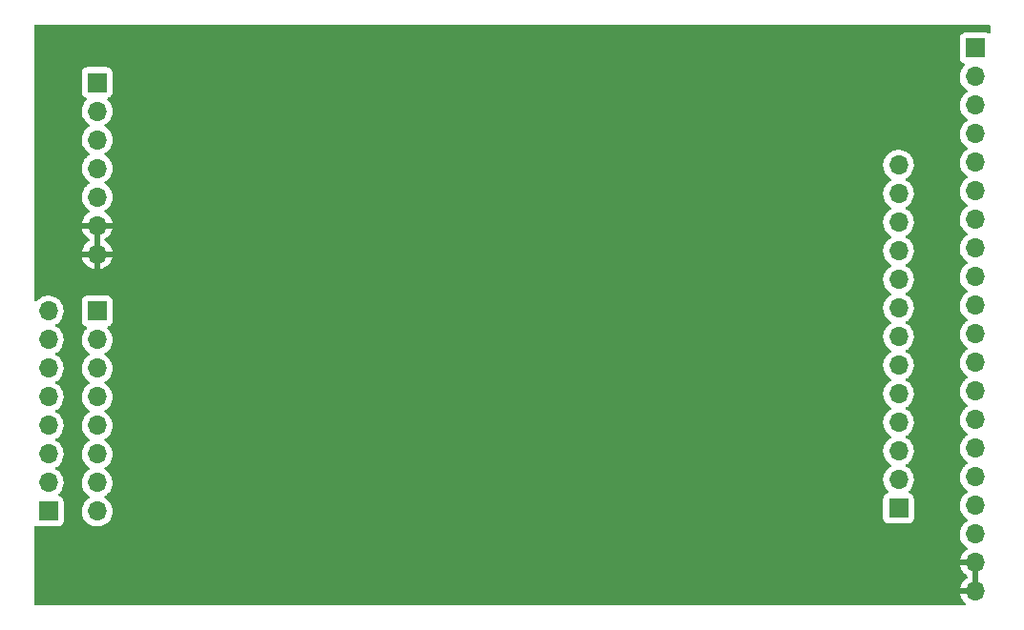
<source format=gbr>
%TF.GenerationSoftware,KiCad,Pcbnew,(6.0.0-0)*%
%TF.CreationDate,2022-08-12T09:14:49-04:00*%
%TF.ProjectId,Backplane-Instruction-Reg-2022,4261636b-706c-4616-9e65-2d496e737472,rev?*%
%TF.SameCoordinates,Original*%
%TF.FileFunction,Copper,L2,Bot*%
%TF.FilePolarity,Positive*%
%FSLAX46Y46*%
G04 Gerber Fmt 4.6, Leading zero omitted, Abs format (unit mm)*
G04 Created by KiCad (PCBNEW (6.0.0-0)) date 2022-08-12 09:14:49*
%MOMM*%
%LPD*%
G01*
G04 APERTURE LIST*
%TA.AperFunction,ComponentPad*%
%ADD10R,1.700000X1.700000*%
%TD*%
%TA.AperFunction,ComponentPad*%
%ADD11O,1.700000X1.700000*%
%TD*%
G04 APERTURE END LIST*
D10*
%TO.P,J4,1,Pin_1*%
%TO.N,~{RESET_STEP}*%
X183839000Y-61224000D03*
D11*
%TO.P,J4,2,Pin_2*%
%TO.N,~{INT_REQUEST}*%
X183839000Y-63764000D03*
%TO.P,J4,3,Pin_3*%
%TO.N,~{LD_IR}*%
X183839000Y-66304000D03*
%TO.P,J4,4,Pin_4*%
%TO.N,CLOCK*%
X183839000Y-68844000D03*
%TO.P,J4,5,Pin_5*%
%TO.N,~{RESET}*%
X183839000Y-71384000D03*
%TO.P,J4,6,Pin_6*%
%TO.N,INSTRUCTION7*%
X183839000Y-73924000D03*
%TO.P,J4,7,Pin_7*%
%TO.N,INSTRUCTION6*%
X183839000Y-76464000D03*
%TO.P,J4,8,Pin_8*%
%TO.N,INSTRUCTION5*%
X183839000Y-79004000D03*
%TO.P,J4,9,Pin_9*%
%TO.N,INSTRUCTION4*%
X183839000Y-81544000D03*
%TO.P,J4,10,Pin_10*%
%TO.N,INSTRUCTION3*%
X183839000Y-84084000D03*
%TO.P,J4,11,Pin_11*%
%TO.N,INSTRUCTION2*%
X183839000Y-86624000D03*
%TO.P,J4,12,Pin_12*%
%TO.N,INSTRUCTION1*%
X183839000Y-89164000D03*
%TO.P,J4,13,Pin_13*%
%TO.N,INSTRUCTION0*%
X183839000Y-91704000D03*
%TO.P,J4,14,Pin_14*%
%TO.N,STEP4*%
X183839000Y-94244000D03*
%TO.P,J4,15,Pin_15*%
%TO.N,STEP3*%
X183839000Y-96784000D03*
%TO.P,J4,16,Pin_16*%
%TO.N,STEP2*%
X183839000Y-99324000D03*
%TO.P,J4,17,Pin_17*%
%TO.N,STEP1*%
X183839000Y-101864000D03*
%TO.P,J4,18,Pin_18*%
%TO.N,STEP0*%
X183839000Y-104404000D03*
%TO.P,J4,19,Pin_19*%
%TO.N,GND*%
X183839000Y-106944000D03*
%TO.P,J4,20,Pin_20*%
X183839000Y-109484000D03*
%TD*%
D10*
%TO.P,J3,1,Pin_1*%
%TO.N,STEP0*%
X177038000Y-102108000D03*
D11*
%TO.P,J3,2,Pin_2*%
%TO.N,STEP1*%
X177038000Y-99568000D03*
%TO.P,J3,3,Pin_3*%
%TO.N,STEP2*%
X177038000Y-97028000D03*
%TO.P,J3,4,Pin_4*%
%TO.N,STEP3*%
X177038000Y-94488000D03*
%TO.P,J3,5,Pin_5*%
%TO.N,STEP4*%
X177038000Y-91948000D03*
%TO.P,J3,6,Pin_6*%
%TO.N,INSTRUCTION0*%
X177038000Y-89408000D03*
%TO.P,J3,7,Pin_7*%
%TO.N,INSTRUCTION1*%
X177038000Y-86868000D03*
%TO.P,J3,8,Pin_8*%
%TO.N,INSTRUCTION2*%
X177038000Y-84328000D03*
%TO.P,J3,9,Pin_9*%
%TO.N,INSTRUCTION3*%
X177038000Y-81788000D03*
%TO.P,J3,10,Pin_10*%
%TO.N,INSTRUCTION4*%
X177038000Y-79248000D03*
%TO.P,J3,11,Pin_11*%
%TO.N,INSTRUCTION5*%
X177038000Y-76708000D03*
%TO.P,J3,12,Pin_12*%
%TO.N,INSTRUCTION6*%
X177038000Y-74168000D03*
%TO.P,J3,13,Pin_13*%
%TO.N,INSTRUCTION7*%
X177038000Y-71628000D03*
%TD*%
%TO.P,J1,8,Pin_8*%
%TO.N,BUS0*%
X101600000Y-84582242D03*
%TO.P,J1,7,Pin_7*%
%TO.N,BUS1*%
X101600000Y-87122242D03*
%TO.P,J1,6,Pin_6*%
%TO.N,BUS2*%
X101600000Y-89662242D03*
%TO.P,J1,5,Pin_5*%
%TO.N,BUS3*%
X101600000Y-92202242D03*
%TO.P,J1,4,Pin_4*%
%TO.N,BUS4*%
X101600000Y-94742242D03*
%TO.P,J1,3,Pin_3*%
%TO.N,BUS5*%
X101600000Y-97282242D03*
%TO.P,J1,2,Pin_2*%
%TO.N,BUS6*%
X101600000Y-99822242D03*
D10*
%TO.P,J1,1,Pin_1*%
%TO.N,BUS7*%
X101600000Y-102362242D03*
%TD*%
%TO.P,J5,1,Pin_1*%
%TO.N,~{RESET}*%
X105943000Y-64287242D03*
D11*
%TO.P,J5,2,Pin_2*%
%TO.N,CLOCK*%
X105943000Y-66827242D03*
%TO.P,J5,3,Pin_3*%
%TO.N,~{LD_IR}*%
X105943000Y-69367242D03*
%TO.P,J5,4,Pin_4*%
%TO.N,~{INT_REQUEST}*%
X105943000Y-71907242D03*
%TO.P,J5,5,Pin_5*%
%TO.N,~{RESET_STEP}*%
X105943000Y-74447242D03*
%TO.P,J5,6,Pin_6*%
%TO.N,GND*%
X105943000Y-76987242D03*
%TO.P,J5,7,Pin_7*%
X105943000Y-79527242D03*
%TD*%
D10*
%TO.P,J2,1,Pin_1*%
%TO.N,BUS0*%
X105943000Y-84597000D03*
D11*
%TO.P,J2,2,Pin_2*%
%TO.N,BUS1*%
X105943000Y-87137000D03*
%TO.P,J2,3,Pin_3*%
%TO.N,BUS2*%
X105943000Y-89677000D03*
%TO.P,J2,4,Pin_4*%
%TO.N,BUS3*%
X105943000Y-92217000D03*
%TO.P,J2,5,Pin_5*%
%TO.N,BUS4*%
X105943000Y-94757000D03*
%TO.P,J2,6,Pin_6*%
%TO.N,BUS5*%
X105943000Y-97297000D03*
%TO.P,J2,7,Pin_7*%
%TO.N,BUS6*%
X105943000Y-99837000D03*
%TO.P,J2,8,Pin_8*%
%TO.N,BUS7*%
X105943000Y-102377000D03*
%TD*%
%TA.AperFunction,Conductor*%
%TO.N,GND*%
G36*
X185108121Y-59143597D02*
G01*
X185154614Y-59197253D01*
X185166000Y-59249595D01*
X185166000Y-59844091D01*
X185145998Y-59912212D01*
X185092342Y-59958705D01*
X185022068Y-59968809D01*
X184964435Y-59944917D01*
X184935705Y-59923385D01*
X184799316Y-59872255D01*
X184737134Y-59865500D01*
X182940866Y-59865500D01*
X182878684Y-59872255D01*
X182742295Y-59923385D01*
X182625739Y-60010739D01*
X182538385Y-60127295D01*
X182487255Y-60263684D01*
X182480500Y-60325866D01*
X182480500Y-62122134D01*
X182487255Y-62184316D01*
X182538385Y-62320705D01*
X182625739Y-62437261D01*
X182742295Y-62524615D01*
X182750704Y-62527767D01*
X182750705Y-62527768D01*
X182859451Y-62568535D01*
X182916216Y-62611176D01*
X182940916Y-62677738D01*
X182925709Y-62747087D01*
X182906316Y-62773568D01*
X182779629Y-62906138D01*
X182776715Y-62910410D01*
X182776714Y-62910411D01*
X182759602Y-62935497D01*
X182653743Y-63090680D01*
X182559688Y-63293305D01*
X182499989Y-63508570D01*
X182476251Y-63730695D01*
X182489110Y-63953715D01*
X182490247Y-63958761D01*
X182490248Y-63958767D01*
X182514304Y-64065508D01*
X182538222Y-64171639D01*
X182622266Y-64378616D01*
X182738987Y-64569088D01*
X182885250Y-64737938D01*
X183057126Y-64880632D01*
X183127595Y-64921811D01*
X183130445Y-64923476D01*
X183179169Y-64975114D01*
X183192240Y-65044897D01*
X183165509Y-65110669D01*
X183125055Y-65144027D01*
X183112607Y-65150507D01*
X183108474Y-65153610D01*
X183108471Y-65153612D01*
X183061641Y-65188773D01*
X182933965Y-65284635D01*
X182779629Y-65446138D01*
X182776715Y-65450410D01*
X182776714Y-65450411D01*
X182745995Y-65495444D01*
X182653743Y-65630680D01*
X182559688Y-65833305D01*
X182499989Y-66048570D01*
X182476251Y-66270695D01*
X182476548Y-66275848D01*
X182476548Y-66275851D01*
X182483011Y-66387944D01*
X182489110Y-66493715D01*
X182490247Y-66498761D01*
X182490248Y-66498767D01*
X182505587Y-66566830D01*
X182538222Y-66711639D01*
X182573733Y-66799093D01*
X182613550Y-66897150D01*
X182622266Y-66918616D01*
X182738987Y-67109088D01*
X182885250Y-67277938D01*
X183057126Y-67420632D01*
X183085258Y-67437071D01*
X183130445Y-67463476D01*
X183179169Y-67515114D01*
X183192240Y-67584897D01*
X183165509Y-67650669D01*
X183125055Y-67684027D01*
X183112607Y-67690507D01*
X183108474Y-67693610D01*
X183108471Y-67693612D01*
X182965204Y-67801180D01*
X182933965Y-67824635D01*
X182779629Y-67986138D01*
X182776715Y-67990410D01*
X182776714Y-67990411D01*
X182745995Y-68035444D01*
X182653743Y-68170680D01*
X182634860Y-68211360D01*
X182572933Y-68344772D01*
X182559688Y-68373305D01*
X182499989Y-68588570D01*
X182476251Y-68810695D01*
X182476548Y-68815848D01*
X182476548Y-68815851D01*
X182483011Y-68927944D01*
X182489110Y-69033715D01*
X182490247Y-69038761D01*
X182490248Y-69038767D01*
X182505587Y-69106830D01*
X182538222Y-69251639D01*
X182573733Y-69339093D01*
X182613550Y-69437150D01*
X182622266Y-69458616D01*
X182738987Y-69649088D01*
X182885250Y-69817938D01*
X183057126Y-69960632D01*
X183085258Y-69977071D01*
X183130445Y-70003476D01*
X183179169Y-70055114D01*
X183192240Y-70124897D01*
X183165509Y-70190669D01*
X183125055Y-70224027D01*
X183112607Y-70230507D01*
X183108474Y-70233610D01*
X183108471Y-70233612D01*
X182965204Y-70341180D01*
X182933965Y-70364635D01*
X182930393Y-70368373D01*
X182811681Y-70492598D01*
X182779629Y-70526138D01*
X182776715Y-70530410D01*
X182776714Y-70530411D01*
X182745995Y-70575444D01*
X182653743Y-70710680D01*
X182634860Y-70751360D01*
X182572933Y-70884772D01*
X182559688Y-70913305D01*
X182499989Y-71128570D01*
X182476251Y-71350695D01*
X182476548Y-71355848D01*
X182476548Y-71355851D01*
X182483011Y-71467944D01*
X182489110Y-71573715D01*
X182490247Y-71578761D01*
X182490248Y-71578767D01*
X182492681Y-71589562D01*
X182538222Y-71791639D01*
X182590759Y-71921023D01*
X182613550Y-71977150D01*
X182622266Y-71998616D01*
X182738987Y-72189088D01*
X182885250Y-72357938D01*
X183057126Y-72500632D01*
X183085258Y-72517071D01*
X183130445Y-72543476D01*
X183179169Y-72595114D01*
X183192240Y-72664897D01*
X183165509Y-72730669D01*
X183125055Y-72764027D01*
X183112607Y-72770507D01*
X183108474Y-72773610D01*
X183108471Y-72773612D01*
X182938100Y-72901530D01*
X182933965Y-72904635D01*
X182930393Y-72908373D01*
X182811681Y-73032598D01*
X182779629Y-73066138D01*
X182776715Y-73070410D01*
X182776714Y-73070411D01*
X182745995Y-73115444D01*
X182653743Y-73250680D01*
X182634860Y-73291360D01*
X182572933Y-73424772D01*
X182559688Y-73453305D01*
X182499989Y-73668570D01*
X182476251Y-73890695D01*
X182476548Y-73895848D01*
X182476548Y-73895851D01*
X182483011Y-74007944D01*
X182489110Y-74113715D01*
X182490247Y-74118761D01*
X182490248Y-74118767D01*
X182492681Y-74129562D01*
X182538222Y-74331639D01*
X182590759Y-74461023D01*
X182613550Y-74517150D01*
X182622266Y-74538616D01*
X182738987Y-74729088D01*
X182885250Y-74897938D01*
X183057126Y-75040632D01*
X183085258Y-75057071D01*
X183130445Y-75083476D01*
X183179169Y-75135114D01*
X183192240Y-75204897D01*
X183165509Y-75270669D01*
X183125055Y-75304027D01*
X183112607Y-75310507D01*
X183108474Y-75313610D01*
X183108471Y-75313612D01*
X182938100Y-75441530D01*
X182933965Y-75444635D01*
X182930393Y-75448373D01*
X182811681Y-75572598D01*
X182779629Y-75606138D01*
X182653743Y-75790680D01*
X182615784Y-75872457D01*
X182562403Y-75987457D01*
X182559688Y-75993305D01*
X182499989Y-76208570D01*
X182476251Y-76430695D01*
X182476548Y-76435848D01*
X182476548Y-76435851D01*
X182480940Y-76512025D01*
X182489110Y-76653715D01*
X182490247Y-76658761D01*
X182490248Y-76658767D01*
X182492681Y-76669562D01*
X182538222Y-76871639D01*
X182622266Y-77078616D01*
X182624965Y-77083020D01*
X182724358Y-77245215D01*
X182738987Y-77269088D01*
X182885250Y-77437938D01*
X183057126Y-77580632D01*
X183100600Y-77606036D01*
X183130445Y-77623476D01*
X183179169Y-77675114D01*
X183192240Y-77744897D01*
X183165509Y-77810669D01*
X183125055Y-77844027D01*
X183112607Y-77850507D01*
X183108474Y-77853610D01*
X183108471Y-77853612D01*
X182938100Y-77981530D01*
X182933965Y-77984635D01*
X182930393Y-77988373D01*
X182811681Y-78112598D01*
X182779629Y-78146138D01*
X182776715Y-78150410D01*
X182776714Y-78150411D01*
X182727506Y-78222547D01*
X182653743Y-78330680D01*
X182615784Y-78412457D01*
X182562403Y-78527457D01*
X182559688Y-78533305D01*
X182499989Y-78748570D01*
X182476251Y-78970695D01*
X182476548Y-78975848D01*
X182476548Y-78975851D01*
X182480940Y-79052025D01*
X182489110Y-79193715D01*
X182490247Y-79198761D01*
X182490248Y-79198767D01*
X182506024Y-79268767D01*
X182538222Y-79411639D01*
X182622266Y-79618616D01*
X182624965Y-79623020D01*
X182724358Y-79785215D01*
X182738987Y-79809088D01*
X182885250Y-79977938D01*
X183057126Y-80120632D01*
X183100600Y-80146036D01*
X183130445Y-80163476D01*
X183179169Y-80215114D01*
X183192240Y-80284897D01*
X183165509Y-80350669D01*
X183125055Y-80384027D01*
X183112607Y-80390507D01*
X183108474Y-80393610D01*
X183108471Y-80393612D01*
X182938100Y-80521530D01*
X182933965Y-80524635D01*
X182930393Y-80528373D01*
X182811681Y-80652598D01*
X182779629Y-80686138D01*
X182653743Y-80870680D01*
X182559688Y-81073305D01*
X182499989Y-81288570D01*
X182476251Y-81510695D01*
X182476548Y-81515848D01*
X182476548Y-81515851D01*
X182488812Y-81728547D01*
X182489110Y-81733715D01*
X182490247Y-81738761D01*
X182490248Y-81738767D01*
X182492681Y-81749562D01*
X182538222Y-81951639D01*
X182622266Y-82158616D01*
X182738987Y-82349088D01*
X182885250Y-82517938D01*
X183057126Y-82660632D01*
X183127595Y-82701811D01*
X183130445Y-82703476D01*
X183179169Y-82755114D01*
X183192240Y-82824897D01*
X183165509Y-82890669D01*
X183125055Y-82924027D01*
X183112607Y-82930507D01*
X183108474Y-82933610D01*
X183108471Y-82933612D01*
X182938100Y-83061530D01*
X182933965Y-83064635D01*
X182930393Y-83068373D01*
X182811681Y-83192598D01*
X182779629Y-83226138D01*
X182776715Y-83230410D01*
X182776714Y-83230411D01*
X182711781Y-83325599D01*
X182653743Y-83410680D01*
X182638117Y-83444343D01*
X182572691Y-83585293D01*
X182559688Y-83613305D01*
X182499989Y-83828570D01*
X182476251Y-84050695D01*
X182476548Y-84055848D01*
X182476548Y-84055851D01*
X182481296Y-84138196D01*
X182489110Y-84273715D01*
X182490247Y-84278761D01*
X182490248Y-84278767D01*
X182492681Y-84289562D01*
X182538222Y-84491639D01*
X182622266Y-84698616D01*
X182738987Y-84889088D01*
X182885250Y-85057938D01*
X183057126Y-85200632D01*
X183127595Y-85241811D01*
X183130445Y-85243476D01*
X183179169Y-85295114D01*
X183192240Y-85364897D01*
X183165509Y-85430669D01*
X183125055Y-85464027D01*
X183112607Y-85470507D01*
X183108474Y-85473610D01*
X183108471Y-85473612D01*
X182938100Y-85601530D01*
X182933965Y-85604635D01*
X182912544Y-85627051D01*
X182811681Y-85732598D01*
X182779629Y-85766138D01*
X182776715Y-85770410D01*
X182776714Y-85770411D01*
X182745995Y-85815444D01*
X182653743Y-85950680D01*
X182626144Y-86010138D01*
X182572691Y-86125293D01*
X182559688Y-86153305D01*
X182499989Y-86368570D01*
X182476251Y-86590695D01*
X182476548Y-86595848D01*
X182476548Y-86595851D01*
X182480898Y-86671297D01*
X182489110Y-86813715D01*
X182490247Y-86818761D01*
X182490248Y-86818767D01*
X182507335Y-86894584D01*
X182538222Y-87031639D01*
X182590759Y-87161023D01*
X182608044Y-87203590D01*
X182622266Y-87238616D01*
X182624965Y-87243020D01*
X182733381Y-87419939D01*
X182738987Y-87429088D01*
X182885250Y-87597938D01*
X183057126Y-87740632D01*
X183083460Y-87756020D01*
X183130445Y-87783476D01*
X183179169Y-87835114D01*
X183192240Y-87904897D01*
X183165509Y-87970669D01*
X183125055Y-88004027D01*
X183112607Y-88010507D01*
X183108474Y-88013610D01*
X183108471Y-88013612D01*
X182938100Y-88141530D01*
X182933965Y-88144635D01*
X182912544Y-88167051D01*
X182811681Y-88272598D01*
X182779629Y-88306138D01*
X182776715Y-88310410D01*
X182776714Y-88310411D01*
X182745995Y-88355444D01*
X182653743Y-88490680D01*
X182627878Y-88546401D01*
X182564068Y-88683870D01*
X182559688Y-88693305D01*
X182499989Y-88908570D01*
X182476251Y-89130695D01*
X182476548Y-89135848D01*
X182476548Y-89135851D01*
X182480898Y-89211297D01*
X182489110Y-89353715D01*
X182490247Y-89358761D01*
X182490248Y-89358767D01*
X182507335Y-89434584D01*
X182538222Y-89571639D01*
X182590759Y-89701023D01*
X182608044Y-89743590D01*
X182622266Y-89778616D01*
X182624965Y-89783020D01*
X182733381Y-89959939D01*
X182738987Y-89969088D01*
X182885250Y-90137938D01*
X183057126Y-90280632D01*
X183083460Y-90296020D01*
X183130445Y-90323476D01*
X183179169Y-90375114D01*
X183192240Y-90444897D01*
X183165509Y-90510669D01*
X183125055Y-90544027D01*
X183112607Y-90550507D01*
X183108474Y-90553610D01*
X183108471Y-90553612D01*
X182938100Y-90681530D01*
X182933965Y-90684635D01*
X182912544Y-90707051D01*
X182811681Y-90812598D01*
X182779629Y-90846138D01*
X182776715Y-90850410D01*
X182776714Y-90850411D01*
X182745995Y-90895444D01*
X182653743Y-91030680D01*
X182627878Y-91086401D01*
X182564068Y-91223870D01*
X182559688Y-91233305D01*
X182499989Y-91448570D01*
X182476251Y-91670695D01*
X182476548Y-91675848D01*
X182476548Y-91675851D01*
X182480898Y-91751297D01*
X182489110Y-91893715D01*
X182490247Y-91898761D01*
X182490248Y-91898767D01*
X182507335Y-91974584D01*
X182538222Y-92111639D01*
X182590759Y-92241023D01*
X182608044Y-92283590D01*
X182622266Y-92318616D01*
X182624965Y-92323020D01*
X182733381Y-92499939D01*
X182738987Y-92509088D01*
X182885250Y-92677938D01*
X183057126Y-92820632D01*
X183083460Y-92836020D01*
X183130445Y-92863476D01*
X183179169Y-92915114D01*
X183192240Y-92984897D01*
X183165509Y-93050669D01*
X183125055Y-93084027D01*
X183112607Y-93090507D01*
X183108474Y-93093610D01*
X183108471Y-93093612D01*
X182938100Y-93221530D01*
X182933965Y-93224635D01*
X182912544Y-93247051D01*
X182811681Y-93352598D01*
X182779629Y-93386138D01*
X182776715Y-93390410D01*
X182776714Y-93390411D01*
X182745995Y-93435444D01*
X182653743Y-93570680D01*
X182627878Y-93626401D01*
X182564068Y-93763870D01*
X182559688Y-93773305D01*
X182499989Y-93988570D01*
X182476251Y-94210695D01*
X182476548Y-94215848D01*
X182476548Y-94215851D01*
X182480898Y-94291297D01*
X182489110Y-94433715D01*
X182490247Y-94438761D01*
X182490248Y-94438767D01*
X182507335Y-94514584D01*
X182538222Y-94651639D01*
X182590759Y-94781023D01*
X182608044Y-94823590D01*
X182622266Y-94858616D01*
X182624965Y-94863020D01*
X182733381Y-95039939D01*
X182738987Y-95049088D01*
X182885250Y-95217938D01*
X183057126Y-95360632D01*
X183083460Y-95376020D01*
X183130445Y-95403476D01*
X183179169Y-95455114D01*
X183192240Y-95524897D01*
X183165509Y-95590669D01*
X183125055Y-95624027D01*
X183112607Y-95630507D01*
X183108474Y-95633610D01*
X183108471Y-95633612D01*
X182938100Y-95761530D01*
X182933965Y-95764635D01*
X182912544Y-95787051D01*
X182811681Y-95892598D01*
X182779629Y-95926138D01*
X182776715Y-95930410D01*
X182776714Y-95930411D01*
X182745995Y-95975444D01*
X182653743Y-96110680D01*
X182627878Y-96166401D01*
X182564068Y-96303870D01*
X182559688Y-96313305D01*
X182499989Y-96528570D01*
X182476251Y-96750695D01*
X182476548Y-96755848D01*
X182476548Y-96755851D01*
X182480898Y-96831297D01*
X182489110Y-96973715D01*
X182490247Y-96978761D01*
X182490248Y-96978767D01*
X182507335Y-97054584D01*
X182538222Y-97191639D01*
X182590759Y-97321023D01*
X182608044Y-97363590D01*
X182622266Y-97398616D01*
X182624965Y-97403020D01*
X182733381Y-97579939D01*
X182738987Y-97589088D01*
X182885250Y-97757938D01*
X183057126Y-97900632D01*
X183083460Y-97916020D01*
X183130445Y-97943476D01*
X183179169Y-97995114D01*
X183192240Y-98064897D01*
X183165509Y-98130669D01*
X183125055Y-98164027D01*
X183112607Y-98170507D01*
X183108474Y-98173610D01*
X183108471Y-98173612D01*
X182938100Y-98301530D01*
X182933965Y-98304635D01*
X182912544Y-98327051D01*
X182811681Y-98432598D01*
X182779629Y-98466138D01*
X182776715Y-98470410D01*
X182776714Y-98470411D01*
X182745995Y-98515444D01*
X182653743Y-98650680D01*
X182627878Y-98706401D01*
X182564068Y-98843870D01*
X182559688Y-98853305D01*
X182499989Y-99068570D01*
X182476251Y-99290695D01*
X182476548Y-99295848D01*
X182476548Y-99295851D01*
X182480898Y-99371297D01*
X182489110Y-99513715D01*
X182490247Y-99518761D01*
X182490248Y-99518767D01*
X182507335Y-99594584D01*
X182538222Y-99731639D01*
X182590759Y-99861023D01*
X182608044Y-99903590D01*
X182622266Y-99938616D01*
X182624965Y-99943020D01*
X182733381Y-100119939D01*
X182738987Y-100129088D01*
X182885250Y-100297938D01*
X183057126Y-100440632D01*
X183083460Y-100456020D01*
X183130445Y-100483476D01*
X183179169Y-100535114D01*
X183192240Y-100604897D01*
X183165509Y-100670669D01*
X183125055Y-100704027D01*
X183112607Y-100710507D01*
X183108474Y-100713610D01*
X183108471Y-100713612D01*
X182974447Y-100814240D01*
X182933965Y-100844635D01*
X182779629Y-101006138D01*
X182776715Y-101010410D01*
X182776714Y-101010411D01*
X182764404Y-101028457D01*
X182653743Y-101190680D01*
X182622331Y-101258351D01*
X182564068Y-101383870D01*
X182559688Y-101393305D01*
X182499989Y-101608570D01*
X182476251Y-101830695D01*
X182476548Y-101835848D01*
X182476548Y-101835851D01*
X182480898Y-101911297D01*
X182489110Y-102053715D01*
X182490247Y-102058761D01*
X182490248Y-102058767D01*
X182510661Y-102149342D01*
X182538222Y-102271639D01*
X182582371Y-102380365D01*
X182608044Y-102443590D01*
X182622266Y-102478616D01*
X182624965Y-102483020D01*
X182733381Y-102659939D01*
X182738987Y-102669088D01*
X182885250Y-102837938D01*
X183057126Y-102980632D01*
X183067731Y-102986829D01*
X183130445Y-103023476D01*
X183179169Y-103075114D01*
X183192240Y-103144897D01*
X183165509Y-103210669D01*
X183125055Y-103244027D01*
X183112607Y-103250507D01*
X183108474Y-103253610D01*
X183108471Y-103253612D01*
X182978845Y-103350938D01*
X182933965Y-103384635D01*
X182779629Y-103546138D01*
X182776715Y-103550410D01*
X182776714Y-103550411D01*
X182758841Y-103576612D01*
X182653743Y-103730680D01*
X182559688Y-103933305D01*
X182499989Y-104148570D01*
X182476251Y-104370695D01*
X182489110Y-104593715D01*
X182490247Y-104598761D01*
X182490248Y-104598767D01*
X182514304Y-104705508D01*
X182538222Y-104811639D01*
X182622266Y-105018616D01*
X182738987Y-105209088D01*
X182885250Y-105377938D01*
X183057126Y-105520632D01*
X183130955Y-105563774D01*
X183179679Y-105615412D01*
X183192750Y-105685195D01*
X183166019Y-105750967D01*
X183125562Y-105784327D01*
X183117457Y-105788546D01*
X183108738Y-105794036D01*
X182938433Y-105921905D01*
X182930726Y-105928748D01*
X182783590Y-106082717D01*
X182777104Y-106090727D01*
X182657098Y-106266649D01*
X182652000Y-106275623D01*
X182562338Y-106468783D01*
X182558775Y-106478470D01*
X182503389Y-106678183D01*
X182504912Y-106686607D01*
X182517292Y-106690000D01*
X183967000Y-106690000D01*
X184035121Y-106710002D01*
X184081614Y-106763658D01*
X184093000Y-106816000D01*
X184093000Y-109612000D01*
X184072998Y-109680121D01*
X184019342Y-109726614D01*
X183967000Y-109738000D01*
X182522225Y-109738000D01*
X182508694Y-109741973D01*
X182507257Y-109751966D01*
X182537565Y-109886446D01*
X182540645Y-109896275D01*
X182620770Y-110093603D01*
X182625413Y-110102794D01*
X182736694Y-110284388D01*
X182742777Y-110292699D01*
X182882213Y-110453667D01*
X182889580Y-110460882D01*
X182962351Y-110521298D01*
X183001986Y-110580200D01*
X183003484Y-110651181D01*
X182966369Y-110711704D01*
X182902425Y-110742553D01*
X182881866Y-110744242D01*
X100462166Y-110744242D01*
X100394045Y-110724240D01*
X100347552Y-110670584D01*
X100336166Y-110618242D01*
X100336166Y-109218183D01*
X182503389Y-109218183D01*
X182504912Y-109226607D01*
X182517292Y-109230000D01*
X183566885Y-109230000D01*
X183582124Y-109225525D01*
X183583329Y-109224135D01*
X183585000Y-109216452D01*
X183585000Y-107216115D01*
X183580525Y-107200876D01*
X183579135Y-107199671D01*
X183571452Y-107198000D01*
X182522225Y-107198000D01*
X182508694Y-107201973D01*
X182507257Y-107211966D01*
X182537565Y-107346446D01*
X182540645Y-107356275D01*
X182620770Y-107553603D01*
X182625413Y-107562794D01*
X182736694Y-107744388D01*
X182742777Y-107752699D01*
X182882213Y-107913667D01*
X182889580Y-107920883D01*
X183053434Y-108056916D01*
X183061881Y-108062831D01*
X183131479Y-108103501D01*
X183180203Y-108155140D01*
X183193274Y-108224923D01*
X183166543Y-108290694D01*
X183126087Y-108324053D01*
X183117462Y-108328542D01*
X183108738Y-108334036D01*
X182938433Y-108461905D01*
X182930726Y-108468748D01*
X182783590Y-108622717D01*
X182777104Y-108630727D01*
X182657098Y-108806649D01*
X182652000Y-108815623D01*
X182562338Y-109008783D01*
X182558775Y-109018470D01*
X182503389Y-109218183D01*
X100336166Y-109218183D01*
X100336166Y-103782002D01*
X100356168Y-103713881D01*
X100409824Y-103667388D01*
X100480098Y-103657284D01*
X100506395Y-103664020D01*
X100632282Y-103711213D01*
X100632288Y-103711215D01*
X100639684Y-103713987D01*
X100701866Y-103720742D01*
X102498134Y-103720742D01*
X102560316Y-103713987D01*
X102696705Y-103662857D01*
X102813261Y-103575503D01*
X102900615Y-103458947D01*
X102951745Y-103322558D01*
X102958500Y-103260376D01*
X102958500Y-102343695D01*
X104580251Y-102343695D01*
X104580548Y-102348848D01*
X104580548Y-102348851D01*
X104586011Y-102443590D01*
X104593110Y-102566715D01*
X104594247Y-102571761D01*
X104594248Y-102571767D01*
X104605013Y-102619533D01*
X104642222Y-102784639D01*
X104692383Y-102908171D01*
X104722866Y-102983242D01*
X104726266Y-102991616D01*
X104728965Y-102996020D01*
X104813013Y-103133174D01*
X104842987Y-103182088D01*
X104989250Y-103350938D01*
X105161126Y-103493632D01*
X105354000Y-103606338D01*
X105562692Y-103686030D01*
X105567760Y-103687061D01*
X105567763Y-103687062D01*
X105675017Y-103708883D01*
X105781597Y-103730567D01*
X105786772Y-103730757D01*
X105786774Y-103730757D01*
X105999673Y-103738564D01*
X105999677Y-103738564D01*
X106004837Y-103738753D01*
X106009957Y-103738097D01*
X106009959Y-103738097D01*
X106221288Y-103711025D01*
X106221289Y-103711025D01*
X106226416Y-103710368D01*
X106231366Y-103708883D01*
X106435429Y-103647661D01*
X106435434Y-103647659D01*
X106440384Y-103646174D01*
X106640994Y-103547896D01*
X106822860Y-103418173D01*
X106829289Y-103411767D01*
X106969745Y-103271800D01*
X106981096Y-103260489D01*
X106989986Y-103248118D01*
X107108435Y-103083277D01*
X107111453Y-103079077D01*
X107116772Y-103068316D01*
X107208136Y-102883453D01*
X107208137Y-102883451D01*
X107210430Y-102878811D01*
X107262471Y-102707526D01*
X107273865Y-102670023D01*
X107273865Y-102670021D01*
X107275370Y-102665069D01*
X107304529Y-102443590D01*
X107306156Y-102377000D01*
X107287852Y-102154361D01*
X107233431Y-101937702D01*
X107144354Y-101732840D01*
X107104906Y-101671862D01*
X107025822Y-101549617D01*
X107025820Y-101549614D01*
X107023014Y-101545277D01*
X106872670Y-101380051D01*
X106868619Y-101376852D01*
X106868615Y-101376848D01*
X106701414Y-101244800D01*
X106701410Y-101244798D01*
X106697359Y-101241598D01*
X106656053Y-101218796D01*
X106606084Y-101168364D01*
X106591312Y-101098921D01*
X106616428Y-101032516D01*
X106643780Y-101005909D01*
X106694866Y-100969470D01*
X106822860Y-100878173D01*
X106838757Y-100862332D01*
X106961925Y-100739593D01*
X106981096Y-100720489D01*
X106989986Y-100708118D01*
X107108435Y-100543277D01*
X107111453Y-100539077D01*
X107133289Y-100494896D01*
X107208136Y-100343453D01*
X107208137Y-100343451D01*
X107210430Y-100338811D01*
X107262471Y-100167526D01*
X107273865Y-100130023D01*
X107273865Y-100130021D01*
X107275370Y-100125069D01*
X107304529Y-99903590D01*
X107304890Y-99888832D01*
X107306074Y-99840365D01*
X107306074Y-99840361D01*
X107306156Y-99837000D01*
X107287852Y-99614361D01*
X107267841Y-99534695D01*
X175675251Y-99534695D01*
X175675548Y-99539848D01*
X175675548Y-99539851D01*
X175681011Y-99634590D01*
X175688110Y-99757715D01*
X175689247Y-99762761D01*
X175689248Y-99762767D01*
X175697315Y-99798562D01*
X175737222Y-99975639D01*
X175775461Y-100069811D01*
X175815139Y-100167526D01*
X175821266Y-100182616D01*
X175872019Y-100265438D01*
X175933137Y-100365173D01*
X175937987Y-100373088D01*
X176084250Y-100541938D01*
X176088230Y-100545242D01*
X176092981Y-100549187D01*
X176132616Y-100608090D01*
X176134113Y-100679071D01*
X176096997Y-100739593D01*
X176056724Y-100764112D01*
X175941295Y-100807385D01*
X175824739Y-100894739D01*
X175737385Y-101011295D01*
X175686255Y-101147684D01*
X175679500Y-101209866D01*
X175679500Y-103006134D01*
X175686255Y-103068316D01*
X175737385Y-103204705D01*
X175824739Y-103321261D01*
X175941295Y-103408615D01*
X176077684Y-103459745D01*
X176139866Y-103466500D01*
X177936134Y-103466500D01*
X177998316Y-103459745D01*
X178134705Y-103408615D01*
X178251261Y-103321261D01*
X178338615Y-103204705D01*
X178389745Y-103068316D01*
X178396500Y-103006134D01*
X178396500Y-101209866D01*
X178389745Y-101147684D01*
X178338615Y-101011295D01*
X178251261Y-100894739D01*
X178134705Y-100807385D01*
X178094394Y-100792273D01*
X178016203Y-100762960D01*
X177959439Y-100720318D01*
X177934739Y-100653756D01*
X177949947Y-100584408D01*
X177971493Y-100555727D01*
X177992178Y-100535114D01*
X178076096Y-100451489D01*
X178086273Y-100437327D01*
X178203435Y-100274277D01*
X178206453Y-100270077D01*
X178242715Y-100196707D01*
X178303136Y-100074453D01*
X178303137Y-100074451D01*
X178305430Y-100069811D01*
X178370370Y-99856069D01*
X178399529Y-99634590D01*
X178399611Y-99631240D01*
X178401074Y-99571365D01*
X178401074Y-99571361D01*
X178401156Y-99568000D01*
X178382852Y-99345361D01*
X178328431Y-99128702D01*
X178239354Y-98923840D01*
X178187619Y-98843870D01*
X178120822Y-98740617D01*
X178120820Y-98740614D01*
X178118014Y-98736277D01*
X177967670Y-98571051D01*
X177963619Y-98567852D01*
X177963615Y-98567848D01*
X177796414Y-98435800D01*
X177796410Y-98435798D01*
X177792359Y-98432598D01*
X177751053Y-98409796D01*
X177701084Y-98359364D01*
X177686312Y-98289921D01*
X177711428Y-98223516D01*
X177738780Y-98196909D01*
X177799479Y-98153613D01*
X177917860Y-98069173D01*
X177941194Y-98045921D01*
X178072435Y-97915137D01*
X178076096Y-97911489D01*
X178086273Y-97897327D01*
X178203435Y-97734277D01*
X178206453Y-97730077D01*
X178242715Y-97656707D01*
X178303136Y-97534453D01*
X178303137Y-97534451D01*
X178305430Y-97529811D01*
X178370370Y-97316069D01*
X178399529Y-97094590D01*
X178399611Y-97091240D01*
X178401074Y-97031365D01*
X178401074Y-97031361D01*
X178401156Y-97028000D01*
X178382852Y-96805361D01*
X178328431Y-96588702D01*
X178239354Y-96383840D01*
X178187619Y-96303870D01*
X178120822Y-96200617D01*
X178120820Y-96200614D01*
X178118014Y-96196277D01*
X177967670Y-96031051D01*
X177963619Y-96027852D01*
X177963615Y-96027848D01*
X177796414Y-95895800D01*
X177796410Y-95895798D01*
X177792359Y-95892598D01*
X177751053Y-95869796D01*
X177701084Y-95819364D01*
X177686312Y-95749921D01*
X177711428Y-95683516D01*
X177738780Y-95656909D01*
X177799479Y-95613613D01*
X177917860Y-95529173D01*
X177941194Y-95505921D01*
X178072435Y-95375137D01*
X178076096Y-95371489D01*
X178086273Y-95357327D01*
X178203435Y-95194277D01*
X178206453Y-95190077D01*
X178242715Y-95116707D01*
X178303136Y-94994453D01*
X178303137Y-94994451D01*
X178305430Y-94989811D01*
X178370370Y-94776069D01*
X178399529Y-94554590D01*
X178399611Y-94551240D01*
X178401074Y-94491365D01*
X178401074Y-94491361D01*
X178401156Y-94488000D01*
X178382852Y-94265361D01*
X178328431Y-94048702D01*
X178239354Y-93843840D01*
X178187619Y-93763870D01*
X178120822Y-93660617D01*
X178120820Y-93660614D01*
X178118014Y-93656277D01*
X177967670Y-93491051D01*
X177963619Y-93487852D01*
X177963615Y-93487848D01*
X177796414Y-93355800D01*
X177796410Y-93355798D01*
X177792359Y-93352598D01*
X177751053Y-93329796D01*
X177701084Y-93279364D01*
X177686312Y-93209921D01*
X177711428Y-93143516D01*
X177738780Y-93116909D01*
X177799479Y-93073613D01*
X177917860Y-92989173D01*
X177941194Y-92965921D01*
X178072435Y-92835137D01*
X178076096Y-92831489D01*
X178086273Y-92817327D01*
X178203435Y-92654277D01*
X178206453Y-92650077D01*
X178242715Y-92576707D01*
X178303136Y-92454453D01*
X178303137Y-92454451D01*
X178305430Y-92449811D01*
X178370370Y-92236069D01*
X178399529Y-92014590D01*
X178399611Y-92011240D01*
X178401074Y-91951365D01*
X178401074Y-91951361D01*
X178401156Y-91948000D01*
X178382852Y-91725361D01*
X178328431Y-91508702D01*
X178239354Y-91303840D01*
X178187619Y-91223870D01*
X178120822Y-91120617D01*
X178120820Y-91120614D01*
X178118014Y-91116277D01*
X177967670Y-90951051D01*
X177963619Y-90947852D01*
X177963615Y-90947848D01*
X177796414Y-90815800D01*
X177796410Y-90815798D01*
X177792359Y-90812598D01*
X177751053Y-90789796D01*
X177701084Y-90739364D01*
X177686312Y-90669921D01*
X177711428Y-90603516D01*
X177738780Y-90576909D01*
X177799479Y-90533613D01*
X177917860Y-90449173D01*
X177941194Y-90425921D01*
X178072435Y-90295137D01*
X178076096Y-90291489D01*
X178086273Y-90277327D01*
X178203435Y-90114277D01*
X178206453Y-90110077D01*
X178242715Y-90036707D01*
X178303136Y-89914453D01*
X178303137Y-89914451D01*
X178305430Y-89909811D01*
X178370370Y-89696069D01*
X178399529Y-89474590D01*
X178399611Y-89471240D01*
X178401074Y-89411365D01*
X178401074Y-89411361D01*
X178401156Y-89408000D01*
X178382852Y-89185361D01*
X178328431Y-88968702D01*
X178239354Y-88763840D01*
X178187619Y-88683870D01*
X178120822Y-88580617D01*
X178120820Y-88580614D01*
X178118014Y-88576277D01*
X177967670Y-88411051D01*
X177963619Y-88407852D01*
X177963615Y-88407848D01*
X177796414Y-88275800D01*
X177796410Y-88275798D01*
X177792359Y-88272598D01*
X177751053Y-88249796D01*
X177701084Y-88199364D01*
X177686312Y-88129921D01*
X177711428Y-88063516D01*
X177738780Y-88036909D01*
X177799479Y-87993613D01*
X177917860Y-87909173D01*
X177941194Y-87885921D01*
X178072435Y-87755137D01*
X178076096Y-87751489D01*
X178086273Y-87737327D01*
X178203435Y-87574277D01*
X178206453Y-87570077D01*
X178242715Y-87496707D01*
X178303136Y-87374453D01*
X178303137Y-87374451D01*
X178305430Y-87369811D01*
X178370370Y-87156069D01*
X178399529Y-86934590D01*
X178399611Y-86931240D01*
X178401074Y-86871365D01*
X178401074Y-86871361D01*
X178401156Y-86868000D01*
X178382852Y-86645361D01*
X178328431Y-86428702D01*
X178239354Y-86223840D01*
X178190686Y-86148610D01*
X178120822Y-86040617D01*
X178120820Y-86040614D01*
X178118014Y-86036277D01*
X177967670Y-85871051D01*
X177963619Y-85867852D01*
X177963615Y-85867848D01*
X177796414Y-85735800D01*
X177796410Y-85735798D01*
X177792359Y-85732598D01*
X177751053Y-85709796D01*
X177701084Y-85659364D01*
X177686312Y-85589921D01*
X177711428Y-85523516D01*
X177738780Y-85496909D01*
X177799479Y-85453613D01*
X177917860Y-85369173D01*
X177941194Y-85345921D01*
X178072435Y-85215137D01*
X178076096Y-85211489D01*
X178086273Y-85197327D01*
X178203435Y-85034277D01*
X178206453Y-85030077D01*
X178242715Y-84956707D01*
X178303136Y-84834453D01*
X178303137Y-84834451D01*
X178305430Y-84829811D01*
X178370370Y-84616069D01*
X178399529Y-84394590D01*
X178399611Y-84391240D01*
X178401074Y-84331365D01*
X178401074Y-84331361D01*
X178401156Y-84328000D01*
X178382852Y-84105361D01*
X178328431Y-83888702D01*
X178239354Y-83683840D01*
X178163518Y-83566615D01*
X178120822Y-83500617D01*
X178120820Y-83500614D01*
X178118014Y-83496277D01*
X177967670Y-83331051D01*
X177963619Y-83327852D01*
X177963615Y-83327848D01*
X177796414Y-83195800D01*
X177796410Y-83195798D01*
X177792359Y-83192598D01*
X177751053Y-83169796D01*
X177701084Y-83119364D01*
X177686312Y-83049921D01*
X177711428Y-82983516D01*
X177738780Y-82956909D01*
X177784879Y-82924027D01*
X177917860Y-82829173D01*
X177941194Y-82805921D01*
X178072435Y-82675137D01*
X178076096Y-82671489D01*
X178086273Y-82657327D01*
X178203435Y-82494277D01*
X178206453Y-82490077D01*
X178242715Y-82416707D01*
X178303136Y-82294453D01*
X178303137Y-82294451D01*
X178305430Y-82289811D01*
X178370370Y-82076069D01*
X178399529Y-81854590D01*
X178399611Y-81851240D01*
X178401074Y-81791365D01*
X178401074Y-81791361D01*
X178401156Y-81788000D01*
X178382852Y-81565361D01*
X178328431Y-81348702D01*
X178239354Y-81143840D01*
X178118014Y-80956277D01*
X177967670Y-80791051D01*
X177963619Y-80787852D01*
X177963615Y-80787848D01*
X177796414Y-80655800D01*
X177796410Y-80655798D01*
X177792359Y-80652598D01*
X177751053Y-80629796D01*
X177701084Y-80579364D01*
X177686312Y-80509921D01*
X177711428Y-80443516D01*
X177738780Y-80416909D01*
X177784879Y-80384027D01*
X177917860Y-80289173D01*
X177941194Y-80265921D01*
X178072435Y-80135137D01*
X178076096Y-80131489D01*
X178086273Y-80117327D01*
X178203435Y-79954277D01*
X178206453Y-79950077D01*
X178242715Y-79876707D01*
X178303136Y-79754453D01*
X178303137Y-79754451D01*
X178305430Y-79749811D01*
X178370370Y-79536069D01*
X178399529Y-79314590D01*
X178399611Y-79311240D01*
X178401074Y-79251365D01*
X178401074Y-79251361D01*
X178401156Y-79248000D01*
X178382852Y-79025361D01*
X178328431Y-78808702D01*
X178239354Y-78603840D01*
X178118014Y-78416277D01*
X177967670Y-78251051D01*
X177963619Y-78247852D01*
X177963615Y-78247848D01*
X177796414Y-78115800D01*
X177796410Y-78115798D01*
X177792359Y-78112598D01*
X177751053Y-78089796D01*
X177701084Y-78039364D01*
X177686312Y-77969921D01*
X177711428Y-77903516D01*
X177738780Y-77876909D01*
X177784879Y-77844027D01*
X177917860Y-77749173D01*
X177941194Y-77725921D01*
X178072435Y-77595137D01*
X178076096Y-77591489D01*
X178086273Y-77577327D01*
X178203435Y-77414277D01*
X178206453Y-77410077D01*
X178242715Y-77336707D01*
X178303136Y-77214453D01*
X178303137Y-77214451D01*
X178305430Y-77209811D01*
X178370370Y-76996069D01*
X178399529Y-76774590D01*
X178399611Y-76771240D01*
X178401074Y-76711365D01*
X178401074Y-76711361D01*
X178401156Y-76708000D01*
X178382852Y-76485361D01*
X178328431Y-76268702D01*
X178239354Y-76063840D01*
X178118014Y-75876277D01*
X177967670Y-75711051D01*
X177963619Y-75707852D01*
X177963615Y-75707848D01*
X177796414Y-75575800D01*
X177796410Y-75575798D01*
X177792359Y-75572598D01*
X177751053Y-75549796D01*
X177701084Y-75499364D01*
X177686312Y-75429921D01*
X177711428Y-75363516D01*
X177738780Y-75336909D01*
X177784879Y-75304027D01*
X177917860Y-75209173D01*
X177941194Y-75185921D01*
X178061271Y-75066262D01*
X178076096Y-75051489D01*
X178086273Y-75037327D01*
X178203435Y-74874277D01*
X178206453Y-74870077D01*
X178213964Y-74854881D01*
X178303136Y-74674453D01*
X178303137Y-74674451D01*
X178305430Y-74669811D01*
X178370370Y-74456069D01*
X178399529Y-74234590D01*
X178399647Y-74229764D01*
X178401074Y-74171365D01*
X178401074Y-74171361D01*
X178401156Y-74168000D01*
X178382852Y-73945361D01*
X178328431Y-73728702D01*
X178239354Y-73523840D01*
X178118014Y-73336277D01*
X177967670Y-73171051D01*
X177963619Y-73167852D01*
X177963615Y-73167848D01*
X177796414Y-73035800D01*
X177796410Y-73035798D01*
X177792359Y-73032598D01*
X177751053Y-73009796D01*
X177701084Y-72959364D01*
X177686312Y-72889921D01*
X177711428Y-72823516D01*
X177738780Y-72796909D01*
X177784879Y-72764027D01*
X177917860Y-72669173D01*
X177941194Y-72645921D01*
X178061271Y-72526262D01*
X178076096Y-72511489D01*
X178086273Y-72497327D01*
X178203435Y-72334277D01*
X178206453Y-72330077D01*
X178213964Y-72314881D01*
X178303136Y-72134453D01*
X178303137Y-72134451D01*
X178305430Y-72129811D01*
X178370370Y-71916069D01*
X178399529Y-71694590D01*
X178399647Y-71689764D01*
X178401074Y-71631365D01*
X178401074Y-71631361D01*
X178401156Y-71628000D01*
X178382852Y-71405361D01*
X178328431Y-71188702D01*
X178239354Y-70983840D01*
X178118014Y-70796277D01*
X177967670Y-70631051D01*
X177963619Y-70627852D01*
X177963615Y-70627848D01*
X177796414Y-70495800D01*
X177796410Y-70495798D01*
X177792359Y-70492598D01*
X177781284Y-70486484D01*
X177740136Y-70463769D01*
X177596789Y-70384638D01*
X177591920Y-70382914D01*
X177591916Y-70382912D01*
X177391087Y-70311795D01*
X177391083Y-70311794D01*
X177386212Y-70310069D01*
X177381119Y-70309162D01*
X177381116Y-70309161D01*
X177171373Y-70271800D01*
X177171367Y-70271799D01*
X177166284Y-70270894D01*
X177092452Y-70269992D01*
X176948081Y-70268228D01*
X176948079Y-70268228D01*
X176942911Y-70268165D01*
X176722091Y-70301955D01*
X176509756Y-70371357D01*
X176311607Y-70474507D01*
X176307474Y-70477610D01*
X176307471Y-70477612D01*
X176141073Y-70602547D01*
X176132965Y-70608635D01*
X176129393Y-70612373D01*
X176039538Y-70706401D01*
X175978629Y-70770138D01*
X175852743Y-70954680D01*
X175758688Y-71157305D01*
X175698989Y-71372570D01*
X175675251Y-71594695D01*
X175675548Y-71599848D01*
X175675548Y-71599851D01*
X175681011Y-71694590D01*
X175688110Y-71817715D01*
X175689247Y-71822761D01*
X175689248Y-71822767D01*
X175700780Y-71873937D01*
X175737222Y-72035639D01*
X175775461Y-72129811D01*
X175815139Y-72227526D01*
X175821266Y-72242616D01*
X175823965Y-72247020D01*
X175933137Y-72425173D01*
X175937987Y-72433088D01*
X176084250Y-72601938D01*
X176256126Y-72744632D01*
X176289317Y-72764027D01*
X176329445Y-72787476D01*
X176378169Y-72839114D01*
X176391240Y-72908897D01*
X176364509Y-72974669D01*
X176324055Y-73008027D01*
X176311607Y-73014507D01*
X176307474Y-73017610D01*
X176307471Y-73017612D01*
X176141073Y-73142547D01*
X176132965Y-73148635D01*
X176129393Y-73152373D01*
X176039538Y-73246401D01*
X175978629Y-73310138D01*
X175852743Y-73494680D01*
X175758688Y-73697305D01*
X175698989Y-73912570D01*
X175675251Y-74134695D01*
X175675548Y-74139848D01*
X175675548Y-74139851D01*
X175681011Y-74234590D01*
X175688110Y-74357715D01*
X175689247Y-74362761D01*
X175689248Y-74362767D01*
X175700780Y-74413937D01*
X175737222Y-74575639D01*
X175775461Y-74669811D01*
X175815139Y-74767526D01*
X175821266Y-74782616D01*
X175823965Y-74787020D01*
X175933137Y-74965173D01*
X175937987Y-74973088D01*
X176084250Y-75141938D01*
X176256126Y-75284632D01*
X176289317Y-75304027D01*
X176329445Y-75327476D01*
X176378169Y-75379114D01*
X176391240Y-75448897D01*
X176364509Y-75514669D01*
X176324055Y-75548027D01*
X176311607Y-75554507D01*
X176307474Y-75557610D01*
X176307471Y-75557612D01*
X176141073Y-75682547D01*
X176132965Y-75688635D01*
X176129393Y-75692373D01*
X176039538Y-75786401D01*
X175978629Y-75850138D01*
X175852743Y-76034680D01*
X175758688Y-76237305D01*
X175698989Y-76452570D01*
X175675251Y-76674695D01*
X175675548Y-76679848D01*
X175675548Y-76679851D01*
X175681011Y-76774590D01*
X175688110Y-76897715D01*
X175689247Y-76902761D01*
X175689248Y-76902767D01*
X175703456Y-76965811D01*
X175737222Y-77115639D01*
X175775461Y-77209811D01*
X175815139Y-77307526D01*
X175821266Y-77322616D01*
X175823965Y-77327020D01*
X175933137Y-77505173D01*
X175937987Y-77513088D01*
X176084250Y-77681938D01*
X176256126Y-77824632D01*
X176289317Y-77844027D01*
X176329445Y-77867476D01*
X176378169Y-77919114D01*
X176391240Y-77988897D01*
X176364509Y-78054669D01*
X176324055Y-78088027D01*
X176311607Y-78094507D01*
X176307474Y-78097610D01*
X176307471Y-78097612D01*
X176202253Y-78176612D01*
X176132965Y-78228635D01*
X176129393Y-78232373D01*
X175996169Y-78371784D01*
X175978629Y-78390138D01*
X175852743Y-78574680D01*
X175758688Y-78777305D01*
X175698989Y-78992570D01*
X175675251Y-79214695D01*
X175675548Y-79219848D01*
X175675548Y-79219851D01*
X175681011Y-79314590D01*
X175688110Y-79437715D01*
X175689247Y-79442761D01*
X175689248Y-79442767D01*
X175703456Y-79505811D01*
X175737222Y-79655639D01*
X175775461Y-79749811D01*
X175815139Y-79847526D01*
X175821266Y-79862616D01*
X175823965Y-79867020D01*
X175933137Y-80045173D01*
X175937987Y-80053088D01*
X176084250Y-80221938D01*
X176256126Y-80364632D01*
X176289317Y-80384027D01*
X176329445Y-80407476D01*
X176378169Y-80459114D01*
X176391240Y-80528897D01*
X176364509Y-80594669D01*
X176324055Y-80628027D01*
X176311607Y-80634507D01*
X176307474Y-80637610D01*
X176307471Y-80637612D01*
X176202253Y-80716612D01*
X176132965Y-80768635D01*
X176129393Y-80772373D01*
X176039538Y-80866401D01*
X175978629Y-80930138D01*
X175852743Y-81114680D01*
X175758688Y-81317305D01*
X175698989Y-81532570D01*
X175675251Y-81754695D01*
X175675548Y-81759848D01*
X175675548Y-81759851D01*
X175681011Y-81854590D01*
X175688110Y-81977715D01*
X175689247Y-81982761D01*
X175689248Y-81982767D01*
X175703456Y-82045811D01*
X175737222Y-82195639D01*
X175775461Y-82289811D01*
X175815139Y-82387526D01*
X175821266Y-82402616D01*
X175823965Y-82407020D01*
X175933137Y-82585173D01*
X175937987Y-82593088D01*
X176084250Y-82761938D01*
X176256126Y-82904632D01*
X176289317Y-82924027D01*
X176329445Y-82947476D01*
X176378169Y-82999114D01*
X176391240Y-83068897D01*
X176364509Y-83134669D01*
X176324055Y-83168027D01*
X176311607Y-83174507D01*
X176307474Y-83177610D01*
X176307471Y-83177612D01*
X176149280Y-83296385D01*
X176132965Y-83308635D01*
X176116754Y-83325599D01*
X176039538Y-83406401D01*
X175978629Y-83470138D01*
X175852743Y-83654680D01*
X175758688Y-83857305D01*
X175698989Y-84072570D01*
X175675251Y-84294695D01*
X175675548Y-84299848D01*
X175675548Y-84299851D01*
X175681011Y-84394590D01*
X175688110Y-84517715D01*
X175689247Y-84522761D01*
X175689248Y-84522767D01*
X175701896Y-84578888D01*
X175737222Y-84735639D01*
X175775461Y-84829811D01*
X175815139Y-84927526D01*
X175821266Y-84942616D01*
X175823965Y-84947020D01*
X175933137Y-85125173D01*
X175937987Y-85133088D01*
X176084250Y-85301938D01*
X176256126Y-85444632D01*
X176289317Y-85464027D01*
X176329445Y-85487476D01*
X176378169Y-85539114D01*
X176391240Y-85608897D01*
X176364509Y-85674669D01*
X176324055Y-85708027D01*
X176311607Y-85714507D01*
X176307474Y-85717610D01*
X176307471Y-85717612D01*
X176176745Y-85815764D01*
X176132965Y-85848635D01*
X176129393Y-85852373D01*
X176039538Y-85946401D01*
X175978629Y-86010138D01*
X175975715Y-86014410D01*
X175975714Y-86014411D01*
X175931217Y-86079642D01*
X175852743Y-86194680D01*
X175758688Y-86397305D01*
X175698989Y-86612570D01*
X175675251Y-86834695D01*
X175675548Y-86839848D01*
X175675548Y-86839851D01*
X175681011Y-86934590D01*
X175688110Y-87057715D01*
X175689247Y-87062761D01*
X175689248Y-87062767D01*
X175697315Y-87098562D01*
X175737222Y-87275639D01*
X175775461Y-87369811D01*
X175815139Y-87467526D01*
X175821266Y-87482616D01*
X175872019Y-87565438D01*
X175933137Y-87665173D01*
X175937987Y-87673088D01*
X176084250Y-87841938D01*
X176256126Y-87984632D01*
X176289317Y-88004027D01*
X176329445Y-88027476D01*
X176378169Y-88079114D01*
X176391240Y-88148897D01*
X176364509Y-88214669D01*
X176324055Y-88248027D01*
X176311607Y-88254507D01*
X176307474Y-88257610D01*
X176307471Y-88257612D01*
X176141073Y-88382547D01*
X176132965Y-88388635D01*
X176120253Y-88401937D01*
X176039538Y-88486401D01*
X175978629Y-88550138D01*
X175852743Y-88734680D01*
X175758688Y-88937305D01*
X175698989Y-89152570D01*
X175675251Y-89374695D01*
X175675548Y-89379848D01*
X175675548Y-89379851D01*
X175681011Y-89474590D01*
X175688110Y-89597715D01*
X175689247Y-89602761D01*
X175689248Y-89602767D01*
X175697315Y-89638562D01*
X175737222Y-89815639D01*
X175775461Y-89909811D01*
X175815139Y-90007526D01*
X175821266Y-90022616D01*
X175872019Y-90105438D01*
X175933137Y-90205173D01*
X175937987Y-90213088D01*
X176084250Y-90381938D01*
X176256126Y-90524632D01*
X176289317Y-90544027D01*
X176329445Y-90567476D01*
X176378169Y-90619114D01*
X176391240Y-90688897D01*
X176364509Y-90754669D01*
X176324055Y-90788027D01*
X176311607Y-90794507D01*
X176307474Y-90797610D01*
X176307471Y-90797612D01*
X176141073Y-90922547D01*
X176132965Y-90928635D01*
X176120253Y-90941937D01*
X176039538Y-91026401D01*
X175978629Y-91090138D01*
X175852743Y-91274680D01*
X175758688Y-91477305D01*
X175698989Y-91692570D01*
X175675251Y-91914695D01*
X175675548Y-91919848D01*
X175675548Y-91919851D01*
X175681011Y-92014590D01*
X175688110Y-92137715D01*
X175689247Y-92142761D01*
X175689248Y-92142767D01*
X175697315Y-92178562D01*
X175737222Y-92355639D01*
X175775461Y-92449811D01*
X175815139Y-92547526D01*
X175821266Y-92562616D01*
X175872019Y-92645438D01*
X175933137Y-92745173D01*
X175937987Y-92753088D01*
X176084250Y-92921938D01*
X176256126Y-93064632D01*
X176289317Y-93084027D01*
X176329445Y-93107476D01*
X176378169Y-93159114D01*
X176391240Y-93228897D01*
X176364509Y-93294669D01*
X176324055Y-93328027D01*
X176311607Y-93334507D01*
X176307474Y-93337610D01*
X176307471Y-93337612D01*
X176141073Y-93462547D01*
X176132965Y-93468635D01*
X176120253Y-93481937D01*
X176039538Y-93566401D01*
X175978629Y-93630138D01*
X175852743Y-93814680D01*
X175758688Y-94017305D01*
X175698989Y-94232570D01*
X175675251Y-94454695D01*
X175675548Y-94459848D01*
X175675548Y-94459851D01*
X175681011Y-94554590D01*
X175688110Y-94677715D01*
X175689247Y-94682761D01*
X175689248Y-94682767D01*
X175697315Y-94718562D01*
X175737222Y-94895639D01*
X175775461Y-94989811D01*
X175815139Y-95087526D01*
X175821266Y-95102616D01*
X175872019Y-95185438D01*
X175933137Y-95285173D01*
X175937987Y-95293088D01*
X176084250Y-95461938D01*
X176256126Y-95604632D01*
X176289317Y-95624027D01*
X176329445Y-95647476D01*
X176378169Y-95699114D01*
X176391240Y-95768897D01*
X176364509Y-95834669D01*
X176324055Y-95868027D01*
X176311607Y-95874507D01*
X176307474Y-95877610D01*
X176307471Y-95877612D01*
X176141073Y-96002547D01*
X176132965Y-96008635D01*
X176120253Y-96021937D01*
X176039538Y-96106401D01*
X175978629Y-96170138D01*
X175852743Y-96354680D01*
X175758688Y-96557305D01*
X175698989Y-96772570D01*
X175675251Y-96994695D01*
X175675548Y-96999848D01*
X175675548Y-96999851D01*
X175681011Y-97094590D01*
X175688110Y-97217715D01*
X175689247Y-97222761D01*
X175689248Y-97222767D01*
X175697315Y-97258562D01*
X175737222Y-97435639D01*
X175775461Y-97529811D01*
X175815139Y-97627526D01*
X175821266Y-97642616D01*
X175872019Y-97725438D01*
X175933137Y-97825173D01*
X175937987Y-97833088D01*
X176084250Y-98001938D01*
X176256126Y-98144632D01*
X176289317Y-98164027D01*
X176329445Y-98187476D01*
X176378169Y-98239114D01*
X176391240Y-98308897D01*
X176364509Y-98374669D01*
X176324055Y-98408027D01*
X176311607Y-98414507D01*
X176307474Y-98417610D01*
X176307471Y-98417612D01*
X176141073Y-98542547D01*
X176132965Y-98548635D01*
X176120253Y-98561937D01*
X176039538Y-98646401D01*
X175978629Y-98710138D01*
X175852743Y-98894680D01*
X175758688Y-99097305D01*
X175698989Y-99312570D01*
X175675251Y-99534695D01*
X107267841Y-99534695D01*
X107233431Y-99397702D01*
X107144354Y-99192840D01*
X107079512Y-99092610D01*
X107025822Y-99009617D01*
X107025820Y-99009614D01*
X107023014Y-99005277D01*
X106872670Y-98840051D01*
X106868619Y-98836852D01*
X106868615Y-98836848D01*
X106701414Y-98704800D01*
X106701410Y-98704798D01*
X106697359Y-98701598D01*
X106656053Y-98678796D01*
X106606084Y-98628364D01*
X106591312Y-98558921D01*
X106616428Y-98492516D01*
X106643780Y-98465909D01*
X106711490Y-98417612D01*
X106822860Y-98338173D01*
X106836443Y-98324638D01*
X106937918Y-98223516D01*
X106981096Y-98180489D01*
X106989986Y-98168118D01*
X107108435Y-98003277D01*
X107111453Y-97999077D01*
X107133289Y-97954896D01*
X107208136Y-97803453D01*
X107208137Y-97803451D01*
X107210430Y-97798811D01*
X107262471Y-97627526D01*
X107273865Y-97590023D01*
X107273865Y-97590021D01*
X107275370Y-97585069D01*
X107304529Y-97363590D01*
X107304890Y-97348832D01*
X107306074Y-97300365D01*
X107306074Y-97300361D01*
X107306156Y-97297000D01*
X107287852Y-97074361D01*
X107233431Y-96857702D01*
X107144354Y-96652840D01*
X107079512Y-96552610D01*
X107025822Y-96469617D01*
X107025820Y-96469614D01*
X107023014Y-96465277D01*
X106872670Y-96300051D01*
X106868619Y-96296852D01*
X106868615Y-96296848D01*
X106701414Y-96164800D01*
X106701410Y-96164798D01*
X106697359Y-96161598D01*
X106656053Y-96138796D01*
X106606084Y-96088364D01*
X106591312Y-96018921D01*
X106616428Y-95952516D01*
X106643780Y-95925909D01*
X106711490Y-95877612D01*
X106822860Y-95798173D01*
X106836443Y-95784638D01*
X106937918Y-95683516D01*
X106981096Y-95640489D01*
X106989986Y-95628118D01*
X107108435Y-95463277D01*
X107111453Y-95459077D01*
X107133289Y-95414896D01*
X107208136Y-95263453D01*
X107208137Y-95263451D01*
X107210430Y-95258811D01*
X107262471Y-95087526D01*
X107273865Y-95050023D01*
X107273865Y-95050021D01*
X107275370Y-95045069D01*
X107304529Y-94823590D01*
X107304890Y-94808832D01*
X107306074Y-94760365D01*
X107306074Y-94760361D01*
X107306156Y-94757000D01*
X107287852Y-94534361D01*
X107233431Y-94317702D01*
X107144354Y-94112840D01*
X107079512Y-94012610D01*
X107025822Y-93929617D01*
X107025820Y-93929614D01*
X107023014Y-93925277D01*
X106872670Y-93760051D01*
X106868619Y-93756852D01*
X106868615Y-93756848D01*
X106701414Y-93624800D01*
X106701410Y-93624798D01*
X106697359Y-93621598D01*
X106656053Y-93598796D01*
X106606084Y-93548364D01*
X106591312Y-93478921D01*
X106616428Y-93412516D01*
X106643780Y-93385909D01*
X106711490Y-93337612D01*
X106822860Y-93258173D01*
X106836443Y-93244638D01*
X106937918Y-93143516D01*
X106981096Y-93100489D01*
X106989986Y-93088118D01*
X107108435Y-92923277D01*
X107111453Y-92919077D01*
X107133289Y-92874896D01*
X107208136Y-92723453D01*
X107208137Y-92723451D01*
X107210430Y-92718811D01*
X107262471Y-92547526D01*
X107273865Y-92510023D01*
X107273865Y-92510021D01*
X107275370Y-92505069D01*
X107304529Y-92283590D01*
X107304890Y-92268832D01*
X107306074Y-92220365D01*
X107306074Y-92220361D01*
X107306156Y-92217000D01*
X107287852Y-91994361D01*
X107233431Y-91777702D01*
X107144354Y-91572840D01*
X107079512Y-91472610D01*
X107025822Y-91389617D01*
X107025820Y-91389614D01*
X107023014Y-91385277D01*
X106872670Y-91220051D01*
X106868619Y-91216852D01*
X106868615Y-91216848D01*
X106701414Y-91084800D01*
X106701410Y-91084798D01*
X106697359Y-91081598D01*
X106656053Y-91058796D01*
X106606084Y-91008364D01*
X106591312Y-90938921D01*
X106616428Y-90872516D01*
X106643780Y-90845909D01*
X106711490Y-90797612D01*
X106822860Y-90718173D01*
X106836443Y-90704638D01*
X106937918Y-90603516D01*
X106981096Y-90560489D01*
X106989986Y-90548118D01*
X107108435Y-90383277D01*
X107111453Y-90379077D01*
X107133289Y-90334896D01*
X107208136Y-90183453D01*
X107208137Y-90183451D01*
X107210430Y-90178811D01*
X107262471Y-90007526D01*
X107273865Y-89970023D01*
X107273865Y-89970021D01*
X107275370Y-89965069D01*
X107304529Y-89743590D01*
X107304890Y-89728832D01*
X107306074Y-89680365D01*
X107306074Y-89680361D01*
X107306156Y-89677000D01*
X107287852Y-89454361D01*
X107233431Y-89237702D01*
X107144354Y-89032840D01*
X107079512Y-88932610D01*
X107025822Y-88849617D01*
X107025820Y-88849614D01*
X107023014Y-88845277D01*
X106872670Y-88680051D01*
X106868619Y-88676852D01*
X106868615Y-88676848D01*
X106701414Y-88544800D01*
X106701410Y-88544798D01*
X106697359Y-88541598D01*
X106656053Y-88518796D01*
X106606084Y-88468364D01*
X106591312Y-88398921D01*
X106616428Y-88332516D01*
X106643780Y-88305909D01*
X106711490Y-88257612D01*
X106822860Y-88178173D01*
X106836443Y-88164638D01*
X106937918Y-88063516D01*
X106981096Y-88020489D01*
X106989986Y-88008118D01*
X107108435Y-87843277D01*
X107111453Y-87839077D01*
X107133289Y-87794896D01*
X107208136Y-87643453D01*
X107208137Y-87643451D01*
X107210430Y-87638811D01*
X107262471Y-87467526D01*
X107273865Y-87430023D01*
X107273865Y-87430021D01*
X107275370Y-87425069D01*
X107304529Y-87203590D01*
X107304890Y-87188832D01*
X107306074Y-87140365D01*
X107306074Y-87140361D01*
X107306156Y-87137000D01*
X107287852Y-86914361D01*
X107233431Y-86697702D01*
X107144354Y-86492840D01*
X107079512Y-86392610D01*
X107025822Y-86309617D01*
X107025820Y-86309614D01*
X107023014Y-86305277D01*
X107019532Y-86301450D01*
X106875798Y-86143488D01*
X106844746Y-86079642D01*
X106853141Y-86009143D01*
X106898317Y-85954375D01*
X106924761Y-85940706D01*
X107031297Y-85900767D01*
X107039705Y-85897615D01*
X107156261Y-85810261D01*
X107243615Y-85693705D01*
X107294745Y-85557316D01*
X107301500Y-85495134D01*
X107301500Y-83698866D01*
X107294745Y-83636684D01*
X107243615Y-83500295D01*
X107156261Y-83383739D01*
X107039705Y-83296385D01*
X106903316Y-83245255D01*
X106841134Y-83238500D01*
X105044866Y-83238500D01*
X104982684Y-83245255D01*
X104846295Y-83296385D01*
X104729739Y-83383739D01*
X104642385Y-83500295D01*
X104591255Y-83636684D01*
X104584500Y-83698866D01*
X104584500Y-85495134D01*
X104591255Y-85557316D01*
X104642385Y-85693705D01*
X104729739Y-85810261D01*
X104846295Y-85897615D01*
X104854704Y-85900767D01*
X104854705Y-85900768D01*
X104963451Y-85941535D01*
X105020216Y-85984176D01*
X105044916Y-86050738D01*
X105029709Y-86120087D01*
X105010316Y-86146568D01*
X104910364Y-86251162D01*
X104883629Y-86279138D01*
X104757743Y-86463680D01*
X104742003Y-86497590D01*
X104675740Y-86640342D01*
X104663688Y-86666305D01*
X104603989Y-86881570D01*
X104580251Y-87103695D01*
X104580548Y-87108848D01*
X104580548Y-87108851D01*
X104586011Y-87203590D01*
X104593110Y-87326715D01*
X104594247Y-87331761D01*
X104594248Y-87331767D01*
X104603868Y-87374453D01*
X104642222Y-87544639D01*
X104692383Y-87668171D01*
X104722866Y-87743242D01*
X104726266Y-87751616D01*
X104728965Y-87756020D01*
X104820584Y-87905529D01*
X104842987Y-87942088D01*
X104989250Y-88110938D01*
X105161126Y-88253632D01*
X105225332Y-88291151D01*
X105234445Y-88296476D01*
X105283169Y-88348114D01*
X105296240Y-88417897D01*
X105269509Y-88483669D01*
X105229055Y-88517027D01*
X105216607Y-88523507D01*
X105212474Y-88526610D01*
X105212471Y-88526612D01*
X105052642Y-88646615D01*
X105037965Y-88657635D01*
X104982240Y-88715948D01*
X104910364Y-88791162D01*
X104883629Y-88819138D01*
X104757743Y-89003680D01*
X104742003Y-89037590D01*
X104675740Y-89180342D01*
X104663688Y-89206305D01*
X104603989Y-89421570D01*
X104580251Y-89643695D01*
X104580548Y-89648848D01*
X104580548Y-89648851D01*
X104586011Y-89743590D01*
X104593110Y-89866715D01*
X104594247Y-89871761D01*
X104594248Y-89871767D01*
X104603868Y-89914453D01*
X104642222Y-90084639D01*
X104692383Y-90208171D01*
X104722866Y-90283242D01*
X104726266Y-90291616D01*
X104728965Y-90296020D01*
X104820584Y-90445529D01*
X104842987Y-90482088D01*
X104989250Y-90650938D01*
X105161126Y-90793632D01*
X105225332Y-90831151D01*
X105234445Y-90836476D01*
X105283169Y-90888114D01*
X105296240Y-90957897D01*
X105269509Y-91023669D01*
X105229055Y-91057027D01*
X105216607Y-91063507D01*
X105212474Y-91066610D01*
X105212471Y-91066612D01*
X105052642Y-91186615D01*
X105037965Y-91197635D01*
X104982240Y-91255948D01*
X104910364Y-91331162D01*
X104883629Y-91359138D01*
X104757743Y-91543680D01*
X104742003Y-91577590D01*
X104675740Y-91720342D01*
X104663688Y-91746305D01*
X104603989Y-91961570D01*
X104580251Y-92183695D01*
X104580548Y-92188848D01*
X104580548Y-92188851D01*
X104586011Y-92283590D01*
X104593110Y-92406715D01*
X104594247Y-92411761D01*
X104594248Y-92411767D01*
X104603868Y-92454453D01*
X104642222Y-92624639D01*
X104692383Y-92748171D01*
X104722866Y-92823242D01*
X104726266Y-92831616D01*
X104728965Y-92836020D01*
X104820584Y-92985529D01*
X104842987Y-93022088D01*
X104989250Y-93190938D01*
X105161126Y-93333632D01*
X105225332Y-93371151D01*
X105234445Y-93376476D01*
X105283169Y-93428114D01*
X105296240Y-93497897D01*
X105269509Y-93563669D01*
X105229055Y-93597027D01*
X105216607Y-93603507D01*
X105212474Y-93606610D01*
X105212471Y-93606612D01*
X105052642Y-93726615D01*
X105037965Y-93737635D01*
X104982240Y-93795948D01*
X104910364Y-93871162D01*
X104883629Y-93899138D01*
X104757743Y-94083680D01*
X104742003Y-94117590D01*
X104675740Y-94260342D01*
X104663688Y-94286305D01*
X104603989Y-94501570D01*
X104580251Y-94723695D01*
X104580548Y-94728848D01*
X104580548Y-94728851D01*
X104586011Y-94823590D01*
X104593110Y-94946715D01*
X104594247Y-94951761D01*
X104594248Y-94951767D01*
X104603868Y-94994453D01*
X104642222Y-95164639D01*
X104692383Y-95288171D01*
X104722866Y-95363242D01*
X104726266Y-95371616D01*
X104728965Y-95376020D01*
X104820584Y-95525529D01*
X104842987Y-95562088D01*
X104989250Y-95730938D01*
X105161126Y-95873632D01*
X105225332Y-95911151D01*
X105234445Y-95916476D01*
X105283169Y-95968114D01*
X105296240Y-96037897D01*
X105269509Y-96103669D01*
X105229055Y-96137027D01*
X105216607Y-96143507D01*
X105212474Y-96146610D01*
X105212471Y-96146612D01*
X105052642Y-96266615D01*
X105037965Y-96277635D01*
X104982240Y-96335948D01*
X104910364Y-96411162D01*
X104883629Y-96439138D01*
X104757743Y-96623680D01*
X104742003Y-96657590D01*
X104675740Y-96800342D01*
X104663688Y-96826305D01*
X104603989Y-97041570D01*
X104580251Y-97263695D01*
X104580548Y-97268848D01*
X104580548Y-97268851D01*
X104586011Y-97363590D01*
X104593110Y-97486715D01*
X104594247Y-97491761D01*
X104594248Y-97491767D01*
X104603868Y-97534453D01*
X104642222Y-97704639D01*
X104692383Y-97828171D01*
X104722866Y-97903242D01*
X104726266Y-97911616D01*
X104728965Y-97916020D01*
X104820584Y-98065529D01*
X104842987Y-98102088D01*
X104989250Y-98270938D01*
X105161126Y-98413632D01*
X105225332Y-98451151D01*
X105234445Y-98456476D01*
X105283169Y-98508114D01*
X105296240Y-98577897D01*
X105269509Y-98643669D01*
X105229055Y-98677027D01*
X105216607Y-98683507D01*
X105212474Y-98686610D01*
X105212471Y-98686612D01*
X105052642Y-98806615D01*
X105037965Y-98817635D01*
X104982240Y-98875948D01*
X104910364Y-98951162D01*
X104883629Y-98979138D01*
X104757743Y-99163680D01*
X104742003Y-99197590D01*
X104675740Y-99340342D01*
X104663688Y-99366305D01*
X104603989Y-99581570D01*
X104580251Y-99803695D01*
X104580548Y-99808848D01*
X104580548Y-99808851D01*
X104586011Y-99903590D01*
X104593110Y-100026715D01*
X104594247Y-100031761D01*
X104594248Y-100031767D01*
X104603868Y-100074453D01*
X104642222Y-100244639D01*
X104692383Y-100368171D01*
X104722866Y-100443242D01*
X104726266Y-100451616D01*
X104728965Y-100456020D01*
X104813013Y-100593174D01*
X104842987Y-100642088D01*
X104989250Y-100810938D01*
X105161126Y-100953632D01*
X105228733Y-100993138D01*
X105234445Y-100996476D01*
X105283169Y-101048114D01*
X105296240Y-101117897D01*
X105269509Y-101183669D01*
X105229055Y-101217027D01*
X105216607Y-101223507D01*
X105212474Y-101226610D01*
X105212471Y-101226612D01*
X105042100Y-101354530D01*
X105037965Y-101357635D01*
X104883629Y-101519138D01*
X104757743Y-101703680D01*
X104742003Y-101737590D01*
X104696392Y-101835851D01*
X104663688Y-101906305D01*
X104603989Y-102121570D01*
X104580251Y-102343695D01*
X102958500Y-102343695D01*
X102958500Y-101464108D01*
X102951745Y-101401926D01*
X102900615Y-101265537D01*
X102813261Y-101148981D01*
X102696705Y-101061627D01*
X102684132Y-101056914D01*
X102578203Y-101017202D01*
X102521439Y-100974560D01*
X102496739Y-100907998D01*
X102511947Y-100838650D01*
X102533493Y-100809969D01*
X102551251Y-100792273D01*
X102638096Y-100705731D01*
X102663291Y-100670669D01*
X102765435Y-100528519D01*
X102768453Y-100524319D01*
X102802209Y-100456020D01*
X102865136Y-100328695D01*
X102865137Y-100328693D01*
X102867430Y-100324053D01*
X102932370Y-100110311D01*
X102961529Y-99888832D01*
X102961611Y-99885482D01*
X102963074Y-99825607D01*
X102963074Y-99825603D01*
X102963156Y-99822242D01*
X102944852Y-99599603D01*
X102890431Y-99382944D01*
X102801354Y-99178082D01*
X102761906Y-99117104D01*
X102682822Y-98994859D01*
X102682820Y-98994856D01*
X102680014Y-98990519D01*
X102529670Y-98825293D01*
X102525619Y-98822094D01*
X102525615Y-98822090D01*
X102358414Y-98690042D01*
X102358410Y-98690040D01*
X102354359Y-98686840D01*
X102313053Y-98664038D01*
X102263084Y-98613606D01*
X102248312Y-98544163D01*
X102273428Y-98477758D01*
X102300780Y-98451151D01*
X102361238Y-98408027D01*
X102479860Y-98323415D01*
X102638096Y-98165731D01*
X102663291Y-98130669D01*
X102765435Y-97988519D01*
X102768453Y-97984319D01*
X102802209Y-97916020D01*
X102865136Y-97788695D01*
X102865137Y-97788693D01*
X102867430Y-97784053D01*
X102932370Y-97570311D01*
X102961529Y-97348832D01*
X102961611Y-97345482D01*
X102963074Y-97285607D01*
X102963074Y-97285603D01*
X102963156Y-97282242D01*
X102944852Y-97059603D01*
X102890431Y-96842944D01*
X102801354Y-96638082D01*
X102761906Y-96577104D01*
X102682822Y-96454859D01*
X102682820Y-96454856D01*
X102680014Y-96450519D01*
X102529670Y-96285293D01*
X102525619Y-96282094D01*
X102525615Y-96282090D01*
X102358414Y-96150042D01*
X102358410Y-96150040D01*
X102354359Y-96146840D01*
X102313053Y-96124038D01*
X102263084Y-96073606D01*
X102248312Y-96004163D01*
X102273428Y-95937758D01*
X102300780Y-95911151D01*
X102361238Y-95868027D01*
X102479860Y-95783415D01*
X102638096Y-95625731D01*
X102663291Y-95590669D01*
X102765435Y-95448519D01*
X102768453Y-95444319D01*
X102802209Y-95376020D01*
X102865136Y-95248695D01*
X102865137Y-95248693D01*
X102867430Y-95244053D01*
X102932370Y-95030311D01*
X102961529Y-94808832D01*
X102961611Y-94805482D01*
X102963074Y-94745607D01*
X102963074Y-94745603D01*
X102963156Y-94742242D01*
X102944852Y-94519603D01*
X102890431Y-94302944D01*
X102801354Y-94098082D01*
X102761906Y-94037104D01*
X102682822Y-93914859D01*
X102682820Y-93914856D01*
X102680014Y-93910519D01*
X102529670Y-93745293D01*
X102525619Y-93742094D01*
X102525615Y-93742090D01*
X102358414Y-93610042D01*
X102358410Y-93610040D01*
X102354359Y-93606840D01*
X102313053Y-93584038D01*
X102263084Y-93533606D01*
X102248312Y-93464163D01*
X102273428Y-93397758D01*
X102300780Y-93371151D01*
X102361238Y-93328027D01*
X102479860Y-93243415D01*
X102638096Y-93085731D01*
X102663291Y-93050669D01*
X102765435Y-92908519D01*
X102768453Y-92904319D01*
X102802209Y-92836020D01*
X102865136Y-92708695D01*
X102865137Y-92708693D01*
X102867430Y-92704053D01*
X102932370Y-92490311D01*
X102961529Y-92268832D01*
X102961611Y-92265482D01*
X102963074Y-92205607D01*
X102963074Y-92205603D01*
X102963156Y-92202242D01*
X102944852Y-91979603D01*
X102890431Y-91762944D01*
X102801354Y-91558082D01*
X102761906Y-91497104D01*
X102682822Y-91374859D01*
X102682820Y-91374856D01*
X102680014Y-91370519D01*
X102529670Y-91205293D01*
X102525619Y-91202094D01*
X102525615Y-91202090D01*
X102358414Y-91070042D01*
X102358410Y-91070040D01*
X102354359Y-91066840D01*
X102313053Y-91044038D01*
X102263084Y-90993606D01*
X102248312Y-90924163D01*
X102273428Y-90857758D01*
X102300780Y-90831151D01*
X102361238Y-90788027D01*
X102479860Y-90703415D01*
X102638096Y-90545731D01*
X102663291Y-90510669D01*
X102765435Y-90368519D01*
X102768453Y-90364319D01*
X102802209Y-90296020D01*
X102865136Y-90168695D01*
X102865137Y-90168693D01*
X102867430Y-90164053D01*
X102932370Y-89950311D01*
X102961529Y-89728832D01*
X102961611Y-89725482D01*
X102963074Y-89665607D01*
X102963074Y-89665603D01*
X102963156Y-89662242D01*
X102944852Y-89439603D01*
X102890431Y-89222944D01*
X102801354Y-89018082D01*
X102761906Y-88957104D01*
X102682822Y-88834859D01*
X102682820Y-88834856D01*
X102680014Y-88830519D01*
X102529670Y-88665293D01*
X102525619Y-88662094D01*
X102525615Y-88662090D01*
X102358414Y-88530042D01*
X102358410Y-88530040D01*
X102354359Y-88526840D01*
X102313053Y-88504038D01*
X102263084Y-88453606D01*
X102248312Y-88384163D01*
X102273428Y-88317758D01*
X102300780Y-88291151D01*
X102361238Y-88248027D01*
X102479860Y-88163415D01*
X102638096Y-88005731D01*
X102663291Y-87970669D01*
X102765435Y-87828519D01*
X102768453Y-87824319D01*
X102802209Y-87756020D01*
X102865136Y-87628695D01*
X102865137Y-87628693D01*
X102867430Y-87624053D01*
X102932370Y-87410311D01*
X102961529Y-87188832D01*
X102961611Y-87185482D01*
X102963074Y-87125607D01*
X102963074Y-87125603D01*
X102963156Y-87122242D01*
X102944852Y-86899603D01*
X102890431Y-86682944D01*
X102801354Y-86478082D01*
X102761906Y-86417104D01*
X102682822Y-86294859D01*
X102682820Y-86294856D01*
X102680014Y-86290519D01*
X102529670Y-86125293D01*
X102525619Y-86122094D01*
X102525615Y-86122090D01*
X102358414Y-85990042D01*
X102358410Y-85990040D01*
X102354359Y-85986840D01*
X102313053Y-85964038D01*
X102263084Y-85913606D01*
X102248312Y-85844163D01*
X102273428Y-85777758D01*
X102300780Y-85751151D01*
X102361238Y-85708027D01*
X102479860Y-85623415D01*
X102538766Y-85564715D01*
X102634435Y-85469379D01*
X102638096Y-85465731D01*
X102663291Y-85430669D01*
X102765435Y-85288519D01*
X102768453Y-85284319D01*
X102808524Y-85203242D01*
X102865136Y-85088695D01*
X102865137Y-85088693D01*
X102867430Y-85084053D01*
X102932370Y-84870311D01*
X102961529Y-84648832D01*
X102961611Y-84645482D01*
X102963074Y-84585607D01*
X102963074Y-84585603D01*
X102963156Y-84582242D01*
X102944852Y-84359603D01*
X102890431Y-84142944D01*
X102801354Y-83938082D01*
X102761906Y-83877104D01*
X102682822Y-83754859D01*
X102682820Y-83754856D01*
X102680014Y-83750519D01*
X102529670Y-83585293D01*
X102525619Y-83582094D01*
X102525615Y-83582090D01*
X102358414Y-83450042D01*
X102358410Y-83450040D01*
X102354359Y-83446840D01*
X102341679Y-83439840D01*
X102288855Y-83410680D01*
X102158789Y-83338880D01*
X102153920Y-83337156D01*
X102153916Y-83337154D01*
X101953087Y-83266037D01*
X101953083Y-83266036D01*
X101948212Y-83264311D01*
X101943119Y-83263404D01*
X101943116Y-83263403D01*
X101733373Y-83226042D01*
X101733367Y-83226041D01*
X101728284Y-83225136D01*
X101654452Y-83224234D01*
X101510081Y-83222470D01*
X101510079Y-83222470D01*
X101504911Y-83222407D01*
X101284091Y-83256197D01*
X101071756Y-83325599D01*
X100873607Y-83428749D01*
X100869474Y-83431852D01*
X100869471Y-83431854D01*
X100767118Y-83508703D01*
X100694965Y-83562877D01*
X100691393Y-83566615D01*
X100553260Y-83711162D01*
X100491735Y-83746592D01*
X100420823Y-83743135D01*
X100363037Y-83701889D01*
X100336723Y-83635948D01*
X100336166Y-83624111D01*
X100336166Y-79795208D01*
X104611257Y-79795208D01*
X104641565Y-79929688D01*
X104644645Y-79939517D01*
X104724770Y-80136845D01*
X104729413Y-80146036D01*
X104840694Y-80327630D01*
X104846777Y-80335941D01*
X104986213Y-80496909D01*
X104993580Y-80504125D01*
X105157434Y-80640158D01*
X105165881Y-80646073D01*
X105349756Y-80753521D01*
X105359042Y-80757971D01*
X105558001Y-80833945D01*
X105567899Y-80836821D01*
X105671250Y-80857848D01*
X105685299Y-80856652D01*
X105689000Y-80846307D01*
X105689000Y-80845759D01*
X106197000Y-80845759D01*
X106201064Y-80859601D01*
X106214478Y-80861635D01*
X106221184Y-80860776D01*
X106231262Y-80858634D01*
X106435255Y-80797433D01*
X106444842Y-80793675D01*
X106636095Y-80699981D01*
X106644945Y-80694706D01*
X106818328Y-80571034D01*
X106826200Y-80564381D01*
X106977052Y-80414054D01*
X106983730Y-80406207D01*
X107108003Y-80233262D01*
X107113313Y-80224425D01*
X107207670Y-80033509D01*
X107211469Y-80023914D01*
X107273377Y-79820152D01*
X107275555Y-79810079D01*
X107276986Y-79799204D01*
X107274775Y-79785020D01*
X107261617Y-79781242D01*
X106215115Y-79781242D01*
X106199876Y-79785717D01*
X106198671Y-79787107D01*
X106197000Y-79794790D01*
X106197000Y-80845759D01*
X105689000Y-80845759D01*
X105689000Y-79799357D01*
X105684525Y-79784118D01*
X105683135Y-79782913D01*
X105675452Y-79781242D01*
X104626225Y-79781242D01*
X104612694Y-79785215D01*
X104611257Y-79795208D01*
X100336166Y-79795208D01*
X100336166Y-79261425D01*
X104607389Y-79261425D01*
X104608912Y-79269849D01*
X104621292Y-79273242D01*
X105670885Y-79273242D01*
X105686124Y-79268767D01*
X105687329Y-79267377D01*
X105689000Y-79259694D01*
X105689000Y-79255127D01*
X106197000Y-79255127D01*
X106201475Y-79270366D01*
X106202865Y-79271571D01*
X106210548Y-79273242D01*
X107261344Y-79273242D01*
X107274875Y-79269269D01*
X107276180Y-79260189D01*
X107234214Y-79093117D01*
X107230894Y-79083366D01*
X107145972Y-78888056D01*
X107141105Y-78878981D01*
X107025426Y-78700168D01*
X107019136Y-78691999D01*
X106875806Y-78534482D01*
X106868273Y-78527457D01*
X106701139Y-78395464D01*
X106692552Y-78389759D01*
X106655116Y-78369093D01*
X106605146Y-78318661D01*
X106590374Y-78249218D01*
X106615490Y-78182813D01*
X106642842Y-78156206D01*
X106818327Y-78031034D01*
X106826200Y-78024381D01*
X106977052Y-77874054D01*
X106983730Y-77866207D01*
X107108003Y-77693262D01*
X107113313Y-77684425D01*
X107207670Y-77493509D01*
X107211469Y-77483914D01*
X107273377Y-77280152D01*
X107275555Y-77270079D01*
X107276986Y-77259204D01*
X107274775Y-77245020D01*
X107261617Y-77241242D01*
X106215115Y-77241242D01*
X106199876Y-77245717D01*
X106198671Y-77247107D01*
X106197000Y-77254790D01*
X106197000Y-79255127D01*
X105689000Y-79255127D01*
X105689000Y-77259357D01*
X105684525Y-77244118D01*
X105683135Y-77242913D01*
X105675452Y-77241242D01*
X104626225Y-77241242D01*
X104612694Y-77245215D01*
X104611257Y-77255208D01*
X104641565Y-77389688D01*
X104644645Y-77399517D01*
X104724770Y-77596845D01*
X104729413Y-77606036D01*
X104840694Y-77787630D01*
X104846777Y-77795941D01*
X104986213Y-77956909D01*
X104993580Y-77964125D01*
X105157434Y-78100158D01*
X105165881Y-78106073D01*
X105235479Y-78146743D01*
X105284203Y-78198382D01*
X105297274Y-78268165D01*
X105270543Y-78333936D01*
X105230087Y-78367295D01*
X105221462Y-78371784D01*
X105212738Y-78377278D01*
X105042433Y-78505147D01*
X105034726Y-78511990D01*
X104887590Y-78665959D01*
X104881104Y-78673969D01*
X104761098Y-78849891D01*
X104756000Y-78858865D01*
X104666338Y-79052025D01*
X104662775Y-79061712D01*
X104607389Y-79261425D01*
X100336166Y-79261425D01*
X100336166Y-74413937D01*
X104580251Y-74413937D01*
X104580548Y-74419090D01*
X104580548Y-74419093D01*
X104586011Y-74513832D01*
X104593110Y-74636957D01*
X104594247Y-74642003D01*
X104594248Y-74642009D01*
X104613873Y-74729088D01*
X104642222Y-74854881D01*
X104680461Y-74949053D01*
X104722056Y-75051489D01*
X104726266Y-75061858D01*
X104745294Y-75092909D01*
X104818378Y-75212171D01*
X104842987Y-75252330D01*
X104989250Y-75421180D01*
X105161126Y-75563874D01*
X105227057Y-75602401D01*
X105234955Y-75607016D01*
X105283679Y-75658654D01*
X105296750Y-75728437D01*
X105270019Y-75794209D01*
X105229562Y-75827569D01*
X105221457Y-75831788D01*
X105212738Y-75837278D01*
X105042433Y-75965147D01*
X105034726Y-75971990D01*
X104887590Y-76125959D01*
X104881104Y-76133969D01*
X104761098Y-76309891D01*
X104756000Y-76318865D01*
X104666338Y-76512025D01*
X104662775Y-76521712D01*
X104607389Y-76721425D01*
X104608912Y-76729849D01*
X104621292Y-76733242D01*
X107261344Y-76733242D01*
X107274875Y-76729269D01*
X107276180Y-76720189D01*
X107234214Y-76553117D01*
X107230894Y-76543366D01*
X107145972Y-76348056D01*
X107141105Y-76338981D01*
X107025426Y-76160168D01*
X107019136Y-76151999D01*
X106875806Y-75994482D01*
X106868273Y-75987457D01*
X106701139Y-75855464D01*
X106692556Y-75849762D01*
X106655602Y-75829362D01*
X106605631Y-75778929D01*
X106590859Y-75709487D01*
X106615975Y-75643081D01*
X106643327Y-75616474D01*
X106704839Y-75572598D01*
X106822860Y-75488415D01*
X106840467Y-75470870D01*
X106977435Y-75334379D01*
X106981096Y-75330731D01*
X107040594Y-75247931D01*
X107108435Y-75153519D01*
X107111453Y-75149319D01*
X107126183Y-75119516D01*
X107208136Y-74953695D01*
X107208137Y-74953693D01*
X107210430Y-74949053D01*
X107275370Y-74735311D01*
X107304529Y-74513832D01*
X107305819Y-74461023D01*
X107306074Y-74450607D01*
X107306074Y-74450603D01*
X107306156Y-74447242D01*
X107287852Y-74224603D01*
X107233431Y-74007944D01*
X107144354Y-73803082D01*
X107075924Y-73697305D01*
X107025822Y-73619859D01*
X107025820Y-73619856D01*
X107023014Y-73615519D01*
X106872670Y-73450293D01*
X106868619Y-73447094D01*
X106868615Y-73447090D01*
X106701414Y-73315042D01*
X106701410Y-73315040D01*
X106697359Y-73311840D01*
X106656053Y-73289038D01*
X106606084Y-73238606D01*
X106591312Y-73169163D01*
X106616428Y-73102758D01*
X106643780Y-73076151D01*
X106704839Y-73032598D01*
X106822860Y-72948415D01*
X106840467Y-72930870D01*
X106977435Y-72794379D01*
X106981096Y-72790731D01*
X107040594Y-72707931D01*
X107108435Y-72613519D01*
X107111453Y-72609319D01*
X107126183Y-72579516D01*
X107208136Y-72413695D01*
X107208137Y-72413693D01*
X107210430Y-72409053D01*
X107275370Y-72195311D01*
X107304529Y-71973832D01*
X107305819Y-71921023D01*
X107306074Y-71910607D01*
X107306074Y-71910603D01*
X107306156Y-71907242D01*
X107287852Y-71684603D01*
X107233431Y-71467944D01*
X107144354Y-71263082D01*
X107075924Y-71157305D01*
X107025822Y-71079859D01*
X107025820Y-71079856D01*
X107023014Y-71075519D01*
X106872670Y-70910293D01*
X106868619Y-70907094D01*
X106868615Y-70907090D01*
X106701414Y-70775042D01*
X106701410Y-70775040D01*
X106697359Y-70771840D01*
X106656053Y-70749038D01*
X106606084Y-70698606D01*
X106591312Y-70629163D01*
X106616428Y-70562758D01*
X106643780Y-70536151D01*
X106708340Y-70490101D01*
X106822860Y-70408415D01*
X106840467Y-70390870D01*
X106960862Y-70270894D01*
X106981096Y-70250731D01*
X107040594Y-70167931D01*
X107108435Y-70073519D01*
X107111453Y-70069319D01*
X107126183Y-70039516D01*
X107208136Y-69873695D01*
X107208137Y-69873693D01*
X107210430Y-69869053D01*
X107275370Y-69655311D01*
X107304529Y-69433832D01*
X107306156Y-69367242D01*
X107287852Y-69144603D01*
X107233431Y-68927944D01*
X107144354Y-68723082D01*
X107023014Y-68535519D01*
X106872670Y-68370293D01*
X106868619Y-68367094D01*
X106868615Y-68367090D01*
X106701414Y-68235042D01*
X106701410Y-68235040D01*
X106697359Y-68231840D01*
X106656053Y-68209038D01*
X106606084Y-68158606D01*
X106591312Y-68089163D01*
X106616428Y-68022758D01*
X106643780Y-67996151D01*
X106687603Y-67964892D01*
X106822860Y-67868415D01*
X106840467Y-67850870D01*
X106977435Y-67714379D01*
X106981096Y-67710731D01*
X107040594Y-67627931D01*
X107108435Y-67533519D01*
X107111453Y-67529319D01*
X107126183Y-67499516D01*
X107208136Y-67333695D01*
X107208137Y-67333693D01*
X107210430Y-67329053D01*
X107275370Y-67115311D01*
X107304529Y-66893832D01*
X107306156Y-66827242D01*
X107287852Y-66604603D01*
X107233431Y-66387944D01*
X107144354Y-66183082D01*
X107023014Y-65995519D01*
X107019532Y-65991692D01*
X106875798Y-65833730D01*
X106844746Y-65769884D01*
X106853141Y-65699385D01*
X106898317Y-65644617D01*
X106924761Y-65630948D01*
X107031297Y-65591009D01*
X107039705Y-65587857D01*
X107156261Y-65500503D01*
X107243615Y-65383947D01*
X107294745Y-65247558D01*
X107301500Y-65185376D01*
X107301500Y-63389108D01*
X107294745Y-63326926D01*
X107243615Y-63190537D01*
X107156261Y-63073981D01*
X107039705Y-62986627D01*
X106903316Y-62935497D01*
X106841134Y-62928742D01*
X105044866Y-62928742D01*
X104982684Y-62935497D01*
X104846295Y-62986627D01*
X104729739Y-63073981D01*
X104642385Y-63190537D01*
X104591255Y-63326926D01*
X104584500Y-63389108D01*
X104584500Y-65185376D01*
X104591255Y-65247558D01*
X104642385Y-65383947D01*
X104729739Y-65500503D01*
X104846295Y-65587857D01*
X104854704Y-65591009D01*
X104854705Y-65591010D01*
X104963451Y-65631777D01*
X105020216Y-65674418D01*
X105044916Y-65740980D01*
X105029709Y-65810329D01*
X105010316Y-65836810D01*
X104883629Y-65969380D01*
X104757743Y-66153922D01*
X104663688Y-66356547D01*
X104603989Y-66571812D01*
X104580251Y-66793937D01*
X104580548Y-66799090D01*
X104580548Y-66799093D01*
X104586011Y-66893832D01*
X104593110Y-67016957D01*
X104594247Y-67022003D01*
X104594248Y-67022009D01*
X104613873Y-67109088D01*
X104642222Y-67234881D01*
X104726266Y-67441858D01*
X104745294Y-67472909D01*
X104815428Y-67587357D01*
X104842987Y-67632330D01*
X104989250Y-67801180D01*
X105161126Y-67943874D01*
X105227057Y-67982401D01*
X105234445Y-67986718D01*
X105283169Y-68038356D01*
X105296240Y-68108139D01*
X105269509Y-68173911D01*
X105229055Y-68207269D01*
X105216607Y-68213749D01*
X105212474Y-68216852D01*
X105212471Y-68216854D01*
X105188247Y-68235042D01*
X105037965Y-68347877D01*
X104883629Y-68509380D01*
X104757743Y-68693922D01*
X104663688Y-68896547D01*
X104603989Y-69111812D01*
X104580251Y-69333937D01*
X104580548Y-69339090D01*
X104580548Y-69339093D01*
X104586011Y-69433832D01*
X104593110Y-69556957D01*
X104594247Y-69562003D01*
X104594248Y-69562009D01*
X104613873Y-69649088D01*
X104642222Y-69774881D01*
X104726266Y-69981858D01*
X104745294Y-70012909D01*
X104815428Y-70127357D01*
X104842987Y-70172330D01*
X104989250Y-70341180D01*
X105161126Y-70483874D01*
X105227057Y-70522401D01*
X105234445Y-70526718D01*
X105283169Y-70578356D01*
X105296240Y-70648139D01*
X105269509Y-70713911D01*
X105229055Y-70747269D01*
X105216607Y-70753749D01*
X105212474Y-70756852D01*
X105212471Y-70756854D01*
X105042100Y-70884772D01*
X105037965Y-70887877D01*
X105034393Y-70891615D01*
X104946261Y-70983840D01*
X104883629Y-71049380D01*
X104757743Y-71233922D01*
X104742003Y-71267832D01*
X104691001Y-71377707D01*
X104663688Y-71436547D01*
X104603989Y-71651812D01*
X104580251Y-71873937D01*
X104580548Y-71879090D01*
X104580548Y-71879093D01*
X104586011Y-71973832D01*
X104593110Y-72096957D01*
X104594247Y-72102003D01*
X104594248Y-72102009D01*
X104613873Y-72189088D01*
X104642222Y-72314881D01*
X104680461Y-72409053D01*
X104722056Y-72511489D01*
X104726266Y-72521858D01*
X104745294Y-72552909D01*
X104818378Y-72672171D01*
X104842987Y-72712330D01*
X104989250Y-72881180D01*
X105161126Y-73023874D01*
X105227057Y-73062401D01*
X105234445Y-73066718D01*
X105283169Y-73118356D01*
X105296240Y-73188139D01*
X105269509Y-73253911D01*
X105229055Y-73287269D01*
X105216607Y-73293749D01*
X105212474Y-73296852D01*
X105212471Y-73296854D01*
X105042100Y-73424772D01*
X105037965Y-73427877D01*
X105034393Y-73431615D01*
X104946261Y-73523840D01*
X104883629Y-73589380D01*
X104757743Y-73773922D01*
X104742003Y-73807832D01*
X104691001Y-73917707D01*
X104663688Y-73976547D01*
X104603989Y-74191812D01*
X104580251Y-74413937D01*
X100336166Y-74413937D01*
X100336166Y-59249595D01*
X100356168Y-59181474D01*
X100409824Y-59134981D01*
X100462166Y-59123595D01*
X185040000Y-59123595D01*
X185108121Y-59143597D01*
G37*
%TD.AperFunction*%
%TD*%
M02*

</source>
